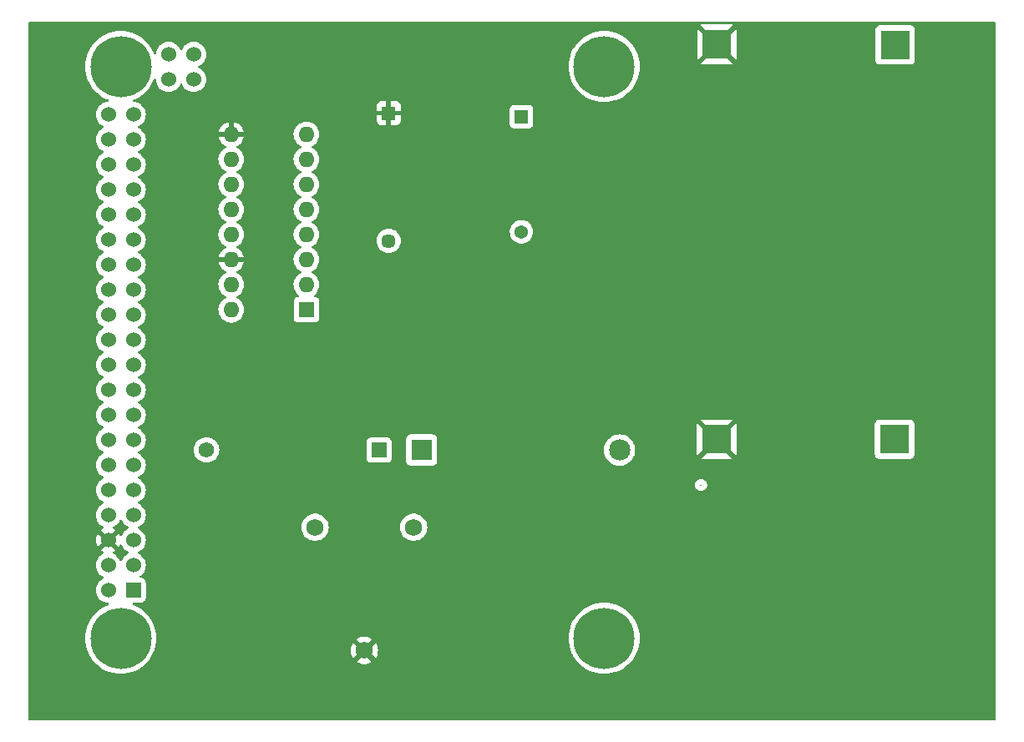
<source format=gbr>
%TF.GenerationSoftware,KiCad,Pcbnew,(7.0.0)*%
%TF.CreationDate,2023-04-04T12:28:07-04:00*%
%TF.ProjectId,scm-pcb,73636d2d-7063-4622-9e6b-696361645f70,2*%
%TF.SameCoordinates,Original*%
%TF.FileFunction,Copper,L2,Bot*%
%TF.FilePolarity,Positive*%
%FSLAX46Y46*%
G04 Gerber Fmt 4.6, Leading zero omitted, Abs format (unit mm)*
G04 Created by KiCad (PCBNEW (7.0.0)) date 2023-04-04 12:28:07*
%MOMM*%
%LPD*%
G01*
G04 APERTURE LIST*
%TA.AperFunction,NonConductor*%
%ADD10C,0.200000*%
%TD*%
%TA.AperFunction,ComponentPad*%
%ADD11R,1.524000X1.524000*%
%TD*%
%TA.AperFunction,ComponentPad*%
%ADD12C,1.524000*%
%TD*%
%TA.AperFunction,ComponentPad*%
%ADD13C,6.200000*%
%TD*%
%TA.AperFunction,ComponentPad*%
%ADD14R,1.447800X1.447800*%
%TD*%
%TA.AperFunction,ComponentPad*%
%ADD15C,1.447800*%
%TD*%
%TA.AperFunction,ComponentPad*%
%ADD16C,1.752600*%
%TD*%
%TA.AperFunction,ComponentPad*%
%ADD17R,1.574800X1.574800*%
%TD*%
%TA.AperFunction,ComponentPad*%
%ADD18C,1.574800*%
%TD*%
%TA.AperFunction,ComponentPad*%
%ADD19R,1.600000X1.600000*%
%TD*%
%TA.AperFunction,ComponentPad*%
%ADD20O,1.600000X1.600000*%
%TD*%
%TA.AperFunction,ComponentPad*%
%ADD21R,3.000000X3.000000*%
%TD*%
%TA.AperFunction,ComponentPad*%
%ADD22R,1.371600X1.371600*%
%TD*%
%TA.AperFunction,ComponentPad*%
%ADD23C,1.371600*%
%TD*%
%TA.AperFunction,ComponentPad*%
%ADD24R,2.159000X2.159000*%
%TD*%
%TA.AperFunction,ComponentPad*%
%ADD25C,2.159000*%
%TD*%
%TA.AperFunction,ViaPad*%
%ADD26C,0.800000*%
%TD*%
G04 APERTURE END LIST*
D10*
X162964600Y-110250600D02*
X162990000Y-110250600D01*
X162990000Y-110250600D02*
X162990000Y-110276000D01*
X162990000Y-110276000D02*
X162964600Y-110276000D01*
X162964600Y-110276000D02*
X162964600Y-110250600D01*
D11*
%TO.P,J1,1,3V3*%
%TO.N,unconnected-(J1-3V3-Pad1)*%
X105431999Y-120947999D03*
D12*
%TO.P,J1,2,5V*%
%TO.N,Net-(#FLG03-pwr)*%
X102892000Y-120948000D03*
%TO.P,J1,3,SDA/GPIO2*%
%TO.N,unconnected-(J1-SDA{slash}GPIO2-Pad3)*%
X105432000Y-118408000D03*
%TO.P,J1,4,5V*%
%TO.N,Net-(#FLG03-pwr)*%
X102892000Y-118408000D03*
%TO.P,J1,5,SCL/GPIO3*%
%TO.N,unconnected-(J1-SCL{slash}GPIO3-Pad5)*%
X105432000Y-115868000D03*
%TO.P,J1,6,GND*%
%TO.N,GND*%
X102892000Y-115868000D03*
%TO.P,J1,7,GCLK0/GPIO4*%
%TO.N,unconnected-(J1-GCLK0{slash}GPIO4-Pad7)*%
X105432000Y-113328000D03*
%TO.P,J1,8,GPIO14/TXD*%
%TO.N,unconnected-(J1-GPIO14{slash}TXD-Pad8)*%
X102892000Y-113328000D03*
%TO.P,J1,9,GND*%
%TO.N,unconnected-(J1-GND-Pad9)*%
X105432000Y-110788000D03*
%TO.P,J1,10,GPIO15/RXD*%
%TO.N,unconnected-(J1-GPIO15{slash}RXD-Pad10)*%
X102892000Y-110788000D03*
%TO.P,J1,11,GPIO17*%
%TO.N,unconnected-(J1-GPIO17-Pad11)*%
X105432000Y-108248000D03*
%TO.P,J1,12,GPIO18/PWM0*%
%TO.N,unconnected-(J1-GPIO18{slash}PWM0-Pad12)*%
X102892000Y-108248000D03*
%TO.P,J1,13,GPIO27*%
%TO.N,unconnected-(J1-GPIO27-Pad13)*%
X105432000Y-105708000D03*
%TO.P,J1,14,GND*%
%TO.N,unconnected-(J1-GND-Pad14)*%
X102892000Y-105708000D03*
%TO.P,J1,15,GPIO22*%
%TO.N,unconnected-(J1-GPIO22-Pad15)*%
X105432000Y-103168000D03*
%TO.P,J1,16,GPIO23*%
%TO.N,unconnected-(J1-GPIO23-Pad16)*%
X102892000Y-103168000D03*
%TO.P,J1,17,3V3*%
%TO.N,unconnected-(J1-3V3-Pad17)*%
X105432000Y-100628000D03*
%TO.P,J1,18,GPIO24*%
%TO.N,unconnected-(J1-GPIO24-Pad18)*%
X102892000Y-100628000D03*
%TO.P,J1,19,MOSI0/GPIO10*%
%TO.N,Net-(J1-MOSI0{slash}GPIO10)*%
X105432000Y-98088000D03*
%TO.P,J1,20,GND*%
%TO.N,unconnected-(J1-GND-Pad20)*%
X102892000Y-98088000D03*
%TO.P,J1,21,MISO0/GPIO9*%
%TO.N,Net-(J1-MISO0{slash}GPIO9)*%
X105432000Y-95548000D03*
%TO.P,J1,22,GPIO25*%
%TO.N,unconnected-(J1-GPIO25-Pad22)*%
X102892000Y-95548000D03*
%TO.P,J1,23,SCLK0/GPIO11*%
%TO.N,Net-(J1-SCLK0{slash}GPIO11)*%
X105432000Y-93008000D03*
%TO.P,J1,24,~{CE0}/GPIO8*%
%TO.N,Net-(J1-~{CE0}{slash}GPIO8)*%
X102892000Y-93008000D03*
%TO.P,J1,25,GND*%
%TO.N,unconnected-(J1-GND-Pad25)*%
X105432000Y-90468000D03*
%TO.P,J1,26,~{CE1}/GPIO7*%
%TO.N,unconnected-(J1-~{CE1}{slash}GPIO7-Pad26)*%
X102892000Y-90468000D03*
%TO.P,J1,27,ID_SD/GPIO0*%
%TO.N,unconnected-(J1-ID_SD{slash}GPIO0-Pad27)*%
X105432000Y-87928000D03*
%TO.P,J1,28,ID_SC/GPIO1*%
%TO.N,unconnected-(J1-ID_SC{slash}GPIO1-Pad28)*%
X102892000Y-87928000D03*
%TO.P,J1,29,GCLK1/GPIO5*%
%TO.N,unconnected-(J1-GCLK1{slash}GPIO5-Pad29)*%
X105432000Y-85388000D03*
%TO.P,J1,30,GND*%
%TO.N,unconnected-(J1-GND-Pad30)*%
X102892000Y-85388000D03*
%TO.P,J1,31,GCLK2/GPIO6*%
%TO.N,unconnected-(J1-GCLK2{slash}GPIO6-Pad31)*%
X105432000Y-82848000D03*
%TO.P,J1,32,PWM0/GPIO12*%
%TO.N,unconnected-(J1-PWM0{slash}GPIO12-Pad32)*%
X102892000Y-82848000D03*
%TO.P,J1,33,PWM1/GPIO13*%
%TO.N,unconnected-(J1-PWM1{slash}GPIO13-Pad33)*%
X105432000Y-80308000D03*
%TO.P,J1,34,GND*%
%TO.N,unconnected-(J1-GND-Pad34)*%
X102892000Y-80308000D03*
%TO.P,J1,35,GPIO19/MISO1*%
%TO.N,unconnected-(J1-GPIO19{slash}MISO1-Pad35)*%
X105432000Y-77768000D03*
%TO.P,J1,36,GPIO16*%
%TO.N,unconnected-(J1-GPIO16-Pad36)*%
X102892000Y-77768000D03*
%TO.P,J1,37,GPIO26*%
%TO.N,unconnected-(J1-GPIO26-Pad37)*%
X105432000Y-75228000D03*
%TO.P,J1,38,GPIO20/MOSI1*%
%TO.N,unconnected-(J1-GPIO20{slash}MOSI1-Pad38)*%
X102892000Y-75228000D03*
%TO.P,J1,39,GND*%
%TO.N,unconnected-(J1-GND-Pad39)*%
X105432000Y-72688000D03*
%TO.P,J1,40,GPIO21/SCLK1*%
%TO.N,unconnected-(J1-GPIO21{slash}SCLK1-Pad40)*%
X102892000Y-72688000D03*
%TO.P,J1,41*%
%TO.N,N/C*%
X111555000Y-66588000D03*
%TO.P,J1,42*%
X109015000Y-66588000D03*
%TO.P,J1,43*%
X111555000Y-69128000D03*
%TO.P,J1,44*%
X109015000Y-69128000D03*
D13*
%TO.P,J1,S1*%
X104162000Y-125818000D03*
%TO.P,J1,S2*%
X104162000Y-67818000D03*
%TO.P,J1,S3*%
X153162000Y-67818000D03*
%TO.P,J1,S4*%
X153162000Y-125818000D03*
%TD*%
D14*
%TO.P,R3,1*%
%TO.N,GND*%
X131317999Y-72548949D03*
D15*
%TO.P,R3,2*%
%TO.N,Net-(U2-CH2)*%
X131318000Y-85502950D03*
%TD*%
D16*
%TO.P,C1,1*%
%TO.N,GND*%
X128858000Y-127054001D03*
%TO.P,C1,2*%
%TO.N,Net-(D1-K)*%
X133858000Y-114554000D03*
%TO.P,C1,3*%
X123858000Y-114554000D03*
%TD*%
D17*
%TO.P,R1,1*%
%TO.N,Net-(D1-K)*%
X130352599Y-106719999D03*
D18*
%TO.P,R1,2*%
%TO.N,Net-(#FLG03-pwr)*%
X112852000Y-106720000D03*
%TD*%
D19*
%TO.P,U2,1,CH0*%
%TO.N,Net-(D1-K)*%
X122984999Y-92495999D03*
D20*
%TO.P,U2,2,CH1*%
%TO.N,Net-(#FLG03-pwr)*%
X122984999Y-89955999D03*
%TO.P,U2,3,CH2*%
%TO.N,Net-(U2-CH2)*%
X122984999Y-87415999D03*
%TO.P,U2,4,CH3*%
%TO.N,unconnected-(U2-CH3-Pad4)*%
X122984999Y-84875999D03*
%TO.P,U2,5,CH4*%
%TO.N,unconnected-(U2-CH4-Pad5)*%
X122984999Y-82335999D03*
%TO.P,U2,6,CH5*%
%TO.N,unconnected-(U2-CH5-Pad6)*%
X122984999Y-79795999D03*
%TO.P,U2,7,CH6*%
%TO.N,unconnected-(U2-CH6-Pad7)*%
X122984999Y-77255999D03*
%TO.P,U2,8,CH7*%
%TO.N,unconnected-(U2-CH7-Pad8)*%
X122984999Y-74715999D03*
%TO.P,U2,9,DGND*%
%TO.N,GND*%
X115364999Y-74715999D03*
%TO.P,U2,10,~{CS}/SHDN*%
%TO.N,Net-(J1-~{CE0}{slash}GPIO8)*%
X115364999Y-77255999D03*
%TO.P,U2,11,Din*%
%TO.N,Net-(J1-MOSI0{slash}GPIO10)*%
X115364999Y-79795999D03*
%TO.P,U2,12,Dout*%
%TO.N,Net-(J1-MISO0{slash}GPIO9)*%
X115364999Y-82335999D03*
%TO.P,U2,13,CLK*%
%TO.N,Net-(J1-SCLK0{slash}GPIO11)*%
X115364999Y-84875999D03*
%TO.P,U2,14,AGND*%
%TO.N,GND*%
X115364999Y-87415999D03*
%TO.P,U2,15,Vref*%
%TO.N,Net-(#FLG03-pwr)*%
X115364999Y-89955999D03*
%TO.P,U2,16,Vdd*%
X115364999Y-92495999D03*
%TD*%
D21*
%TO.P,REF\u002A\u002A,1*%
%TO.N,GND*%
X164566599Y-105640599D03*
%TO.P,REF\u002A\u002A,2*%
%TO.N,+6V*%
X182600599Y-105640599D03*
%TO.P,REF\u002A\u002A,3*%
%TO.N,GND*%
X164591999Y-65559399D03*
%TO.P,REF\u002A\u002A,4*%
%TO.N,+20V*%
X182651399Y-65610199D03*
%TD*%
D22*
%TO.P,R2,1*%
%TO.N,+20V*%
X144779999Y-72897999D03*
D23*
%TO.P,R2,2*%
%TO.N,Net-(U2-CH2)*%
X144780000Y-84582000D03*
%TD*%
D24*
%TO.P,D1,1,K*%
%TO.N,Net-(D1-K)*%
X134656749Y-106719999D03*
D25*
%TO.P,D1,2,A*%
%TO.N,+6V*%
X154722750Y-106720000D03*
%TD*%
D26*
%TO.N,GND*%
X110490000Y-86995000D03*
X107950000Y-89535000D03*
X108204000Y-93980000D03*
X131318000Y-67818000D03*
X158750000Y-90932000D03*
X97790000Y-80772000D03*
X154432000Y-80772000D03*
X97790000Y-83312000D03*
X108712000Y-103124000D03*
X121920000Y-70358000D03*
X181610000Y-130810000D03*
X191008000Y-78486000D03*
X97790000Y-73152000D03*
X158750000Y-85852000D03*
X172212000Y-125730000D03*
X191008000Y-87376000D03*
X96266000Y-123698000D03*
X96266000Y-121158000D03*
X158750000Y-83312000D03*
X163068000Y-130810000D03*
X190754000Y-90932000D03*
X186436000Y-78486000D03*
X186436000Y-96012000D03*
X121920000Y-67818000D03*
X181610000Y-120650000D03*
X158496000Y-123190000D03*
X108712000Y-105664000D03*
X191008000Y-81026000D03*
X97790000Y-68072000D03*
X97790000Y-101092000D03*
X190754000Y-109982000D03*
X190754000Y-115062000D03*
X190754000Y-104902000D03*
X190754000Y-117602000D03*
X167640000Y-120650000D03*
X153924000Y-130810000D03*
X119888000Y-99822000D03*
X97790000Y-111252000D03*
X177038000Y-120650000D03*
X140462000Y-67818000D03*
X154432000Y-93472000D03*
X140716000Y-93726000D03*
X150114000Y-78232000D03*
X153924000Y-120650000D03*
X122682000Y-99822000D03*
X150368000Y-85852000D03*
X154432000Y-83312000D03*
X186182000Y-125730000D03*
X125730000Y-102362000D03*
X97790000Y-93472000D03*
X108712000Y-76200000D03*
X190754000Y-130810000D03*
X112014000Y-82296000D03*
X97790000Y-75692000D03*
X135890000Y-67818000D03*
X126492000Y-67818000D03*
X135890000Y-73406000D03*
X96266000Y-118618000D03*
X97790000Y-98552000D03*
X177038000Y-130810000D03*
X177038000Y-125730000D03*
X126492000Y-65278000D03*
X96266000Y-128778000D03*
X126492000Y-78232000D03*
X186436000Y-93472000D03*
X135890000Y-75692000D03*
X190754000Y-107442000D03*
X96266000Y-126238000D03*
X150368000Y-91186000D03*
X135890000Y-70358000D03*
X190754000Y-112522000D03*
X150622000Y-93472000D03*
X117348000Y-67818000D03*
X142494000Y-111506000D03*
X133096000Y-92710000D03*
X190754000Y-96012000D03*
X131318000Y-65278000D03*
X150368000Y-83566000D03*
X186436000Y-81026000D03*
X139192000Y-111506000D03*
X167640000Y-128270000D03*
X119888000Y-97282000D03*
X186182000Y-128270000D03*
X154432000Y-78232000D03*
X140462000Y-78232000D03*
X172212000Y-123190000D03*
X97790000Y-106172000D03*
X97790000Y-70612000D03*
X167640000Y-125730000D03*
X181610000Y-128270000D03*
X135890000Y-65278000D03*
X186182000Y-130810000D03*
X191008000Y-65786000D03*
X97790000Y-65532000D03*
X97790000Y-108712000D03*
X163068000Y-123190000D03*
X158496000Y-130810000D03*
X136398000Y-93726000D03*
X167640000Y-130810000D03*
X140716000Y-91186000D03*
X191008000Y-70866000D03*
X154432000Y-88392000D03*
X190754000Y-99822000D03*
X181610000Y-123190000D03*
X163068000Y-120650000D03*
X190754000Y-128270000D03*
X154432000Y-85852000D03*
X108712000Y-100584000D03*
X136398000Y-96266000D03*
X97790000Y-90932000D03*
X126492000Y-75692000D03*
X190754000Y-102362000D03*
X140462000Y-75692000D03*
X172212000Y-128270000D03*
X190754000Y-123190000D03*
X177038000Y-128270000D03*
X135890000Y-80772000D03*
X125730000Y-99822000D03*
X97790000Y-78232000D03*
X97790000Y-103632000D03*
X131318000Y-70358000D03*
X191008000Y-75946000D03*
X172212000Y-120650000D03*
X190754000Y-120650000D03*
X186436000Y-90932000D03*
X136398000Y-91186000D03*
X140462000Y-73152000D03*
X126492000Y-80772000D03*
X158496000Y-125730000D03*
X191008000Y-68326000D03*
X163068000Y-128270000D03*
X112014000Y-73660000D03*
X146050000Y-111506000D03*
X177038000Y-123190000D03*
X108712000Y-78740000D03*
X112014000Y-76200000D03*
X186182000Y-123190000D03*
X145034000Y-91186000D03*
X190754000Y-125730000D03*
X154432000Y-90932000D03*
X140462000Y-70358000D03*
X131318000Y-89916000D03*
X191008000Y-84328000D03*
X108712000Y-81280000D03*
X97790000Y-113792000D03*
X158496000Y-128270000D03*
X117348000Y-65278000D03*
X96266000Y-131318000D03*
X158750000Y-80772000D03*
X140462000Y-80772000D03*
X140716000Y-99060000D03*
X127000000Y-89916000D03*
X145034000Y-96266000D03*
X172212000Y-130810000D03*
X190754000Y-93472000D03*
X126492000Y-73152000D03*
X97790000Y-85852000D03*
X150368000Y-88392000D03*
X121920000Y-65278000D03*
X186182000Y-120650000D03*
X158750000Y-88392000D03*
X163068000Y-125730000D03*
X145034000Y-93726000D03*
X108712000Y-73660000D03*
X181610000Y-125730000D03*
X97790000Y-88392000D03*
X126492000Y-70358000D03*
X167640000Y-123190000D03*
X191008000Y-73406000D03*
X135890000Y-78232000D03*
X117348000Y-70358000D03*
X158750000Y-93472000D03*
X158750000Y-78232000D03*
X112014000Y-78740000D03*
X149352000Y-120650000D03*
X122682000Y-97282000D03*
X119888000Y-110998000D03*
X158496000Y-120650000D03*
X108712000Y-98044000D03*
X145034000Y-99060000D03*
X158750000Y-96012000D03*
X154432000Y-96012000D03*
X150368000Y-80772000D03*
X140716000Y-96266000D03*
X108712000Y-85598000D03*
X97790000Y-96012000D03*
%TD*%
%TA.AperFunction,Conductor*%
%TO.N,GND*%
G36*
X192772500Y-63303113D02*
G01*
X192817887Y-63348500D01*
X192834500Y-63410500D01*
X192834500Y-134027500D01*
X192817887Y-134089500D01*
X192772500Y-134134887D01*
X192710500Y-134151500D01*
X94915500Y-134151500D01*
X94853500Y-134134887D01*
X94808113Y-134089500D01*
X94791500Y-134027500D01*
X94791500Y-125818000D01*
X100556559Y-125818000D01*
X100576310Y-126194871D01*
X100576815Y-126198064D01*
X100576817Y-126198076D01*
X100634838Y-126564404D01*
X100634840Y-126564417D01*
X100635347Y-126567613D01*
X100636184Y-126570737D01*
X100636186Y-126570746D01*
X100706138Y-126831811D01*
X100733022Y-126932143D01*
X100734179Y-126935158D01*
X100734182Y-126935166D01*
X100867102Y-127281433D01*
X100868266Y-127284465D01*
X100869735Y-127287348D01*
X100869739Y-127287357D01*
X100981710Y-127507112D01*
X101039597Y-127620721D01*
X101245137Y-127937225D01*
X101247182Y-127939750D01*
X101449103Y-128189103D01*
X101482635Y-128230511D01*
X101749489Y-128497365D01*
X102042775Y-128734863D01*
X102359279Y-128940403D01*
X102695535Y-129111734D01*
X103047857Y-129246978D01*
X103412387Y-129344653D01*
X103785129Y-129403690D01*
X104162000Y-129423441D01*
X104538871Y-129403690D01*
X104911613Y-129344653D01*
X105276143Y-129246978D01*
X105628465Y-129111734D01*
X105964721Y-128940403D01*
X106281225Y-128734863D01*
X106574511Y-128497365D01*
X106841365Y-128230511D01*
X106874896Y-128189103D01*
X128081896Y-128189103D01*
X128090002Y-128200293D01*
X128098605Y-128206990D01*
X128107164Y-128212582D01*
X128298749Y-128316263D01*
X128308100Y-128320364D01*
X128514130Y-128391094D01*
X128524033Y-128393602D01*
X128738894Y-128429456D01*
X128749090Y-128430301D01*
X128966910Y-128430301D01*
X128977105Y-128429456D01*
X129191966Y-128393602D01*
X129201869Y-128391094D01*
X129407899Y-128320364D01*
X129417250Y-128316263D01*
X129608838Y-128212580D01*
X129617388Y-128206994D01*
X129626000Y-128200291D01*
X129634103Y-128189104D01*
X129627443Y-128176997D01*
X128869542Y-127419096D01*
X128857999Y-127412432D01*
X128846457Y-127419096D01*
X128088556Y-128176996D01*
X128081896Y-128189103D01*
X106874896Y-128189103D01*
X107078863Y-127937225D01*
X107284403Y-127620721D01*
X107455734Y-127284465D01*
X107542237Y-127059118D01*
X127477407Y-127059118D01*
X127495393Y-127276190D01*
X127497077Y-127286283D01*
X127550551Y-127497445D01*
X127553870Y-127507112D01*
X127641371Y-127706595D01*
X127646237Y-127715585D01*
X127716368Y-127822929D01*
X127724335Y-127830654D01*
X127733715Y-127824731D01*
X128492904Y-127065543D01*
X128499568Y-127054001D01*
X129216431Y-127054001D01*
X129223095Y-127065543D01*
X129982282Y-127824730D01*
X129991664Y-127830654D01*
X129999628Y-127822934D01*
X130069765Y-127715580D01*
X130074627Y-127706597D01*
X130162129Y-127507112D01*
X130165448Y-127497445D01*
X130218922Y-127286283D01*
X130220606Y-127276190D01*
X130238593Y-127059118D01*
X130238593Y-127048884D01*
X130220606Y-126831811D01*
X130218922Y-126821718D01*
X130165448Y-126610556D01*
X130162129Y-126600889D01*
X130074628Y-126401406D01*
X130069763Y-126392416D01*
X129999630Y-126285071D01*
X129991663Y-126277346D01*
X129982282Y-126283270D01*
X129223095Y-127042458D01*
X129216431Y-127054001D01*
X128499568Y-127054001D01*
X128492904Y-127042458D01*
X127733715Y-126283269D01*
X127724335Y-126277346D01*
X127716368Y-126285070D01*
X127646237Y-126392416D01*
X127641371Y-126401406D01*
X127553870Y-126600889D01*
X127550551Y-126610556D01*
X127497077Y-126821718D01*
X127495393Y-126831811D01*
X127477407Y-127048884D01*
X127477407Y-127059118D01*
X107542237Y-127059118D01*
X107590978Y-126932143D01*
X107688653Y-126567613D01*
X107747690Y-126194871D01*
X107762153Y-125918898D01*
X128081896Y-125918898D01*
X128088555Y-125931003D01*
X128846457Y-126688905D01*
X128858000Y-126695569D01*
X128869542Y-126688905D01*
X129627442Y-125931004D01*
X129634103Y-125918896D01*
X129625998Y-125907708D01*
X129617394Y-125901011D01*
X129608835Y-125895419D01*
X129465778Y-125818000D01*
X149556559Y-125818000D01*
X149576310Y-126194871D01*
X149576815Y-126198064D01*
X149576817Y-126198076D01*
X149634838Y-126564404D01*
X149634840Y-126564417D01*
X149635347Y-126567613D01*
X149636184Y-126570737D01*
X149636186Y-126570746D01*
X149706138Y-126831811D01*
X149733022Y-126932143D01*
X149734179Y-126935158D01*
X149734182Y-126935166D01*
X149867102Y-127281433D01*
X149868266Y-127284465D01*
X149869735Y-127287348D01*
X149869739Y-127287357D01*
X149981710Y-127507112D01*
X150039597Y-127620721D01*
X150245137Y-127937225D01*
X150247182Y-127939750D01*
X150449103Y-128189103D01*
X150482635Y-128230511D01*
X150749489Y-128497365D01*
X151042775Y-128734863D01*
X151359279Y-128940403D01*
X151695535Y-129111734D01*
X152047857Y-129246978D01*
X152412387Y-129344653D01*
X152785129Y-129403690D01*
X153162000Y-129423441D01*
X153538871Y-129403690D01*
X153911613Y-129344653D01*
X154276143Y-129246978D01*
X154628465Y-129111734D01*
X154964721Y-128940403D01*
X155281225Y-128734863D01*
X155574511Y-128497365D01*
X155841365Y-128230511D01*
X156078863Y-127937225D01*
X156284403Y-127620721D01*
X156455734Y-127284465D01*
X156590978Y-126932143D01*
X156688653Y-126567613D01*
X156747690Y-126194871D01*
X156767441Y-125818000D01*
X156747690Y-125441129D01*
X156688653Y-125068387D01*
X156590978Y-124703857D01*
X156455734Y-124351535D01*
X156284403Y-124015280D01*
X156078863Y-123698775D01*
X155841365Y-123405489D01*
X155574511Y-123138635D01*
X155281225Y-122901137D01*
X154964721Y-122695597D01*
X154961833Y-122694125D01*
X154961827Y-122694122D01*
X154631357Y-122525739D01*
X154631348Y-122525735D01*
X154628465Y-122524266D01*
X154625433Y-122523102D01*
X154279166Y-122390182D01*
X154279158Y-122390179D01*
X154276143Y-122389022D01*
X154273018Y-122388184D01*
X154273013Y-122388183D01*
X153914746Y-122292186D01*
X153914737Y-122292184D01*
X153911613Y-122291347D01*
X153908417Y-122290840D01*
X153908404Y-122290838D01*
X153542076Y-122232817D01*
X153542064Y-122232815D01*
X153538871Y-122232310D01*
X153535638Y-122232140D01*
X153535633Y-122232140D01*
X153165244Y-122212729D01*
X153162000Y-122212559D01*
X153158756Y-122212729D01*
X152788366Y-122232140D01*
X152788359Y-122232140D01*
X152785129Y-122232310D01*
X152781937Y-122232815D01*
X152781923Y-122232817D01*
X152415595Y-122290838D01*
X152415578Y-122290841D01*
X152412387Y-122291347D01*
X152409266Y-122292183D01*
X152409253Y-122292186D01*
X152050986Y-122388183D01*
X152050975Y-122388186D01*
X152047857Y-122389022D01*
X152044846Y-122390177D01*
X152044833Y-122390182D01*
X151698566Y-122523102D01*
X151698557Y-122523105D01*
X151695535Y-122524266D01*
X151692658Y-122525731D01*
X151692642Y-122525739D01*
X151362173Y-122694122D01*
X151362159Y-122694129D01*
X151359280Y-122695597D01*
X151356560Y-122697363D01*
X151356552Y-122697368D01*
X151045503Y-122899365D01*
X151045497Y-122899368D01*
X151042775Y-122901137D01*
X151040255Y-122903177D01*
X151040249Y-122903182D01*
X150752007Y-123136595D01*
X150751996Y-123136604D01*
X150749489Y-123138635D01*
X150747204Y-123140919D01*
X150747194Y-123140929D01*
X150484929Y-123403194D01*
X150484919Y-123403204D01*
X150482635Y-123405489D01*
X150480604Y-123407996D01*
X150480595Y-123408007D01*
X150247182Y-123696249D01*
X150247177Y-123696255D01*
X150245137Y-123698775D01*
X150243368Y-123701497D01*
X150243365Y-123701503D01*
X150041368Y-124012552D01*
X150041363Y-124012560D01*
X150039597Y-124015280D01*
X150038129Y-124018159D01*
X150038122Y-124018173D01*
X149869739Y-124348642D01*
X149869731Y-124348658D01*
X149868266Y-124351535D01*
X149867105Y-124354557D01*
X149867102Y-124354566D01*
X149734182Y-124700833D01*
X149734177Y-124700846D01*
X149733022Y-124703857D01*
X149732186Y-124706975D01*
X149732183Y-124706986D01*
X149636186Y-125065253D01*
X149636183Y-125065266D01*
X149635347Y-125068387D01*
X149634841Y-125071578D01*
X149634838Y-125071595D01*
X149576817Y-125437923D01*
X149576815Y-125437937D01*
X149576310Y-125441129D01*
X149576140Y-125444359D01*
X149576140Y-125444366D01*
X149561857Y-125716907D01*
X149556559Y-125818000D01*
X129465778Y-125818000D01*
X129417250Y-125791738D01*
X129407899Y-125787637D01*
X129201869Y-125716907D01*
X129191966Y-125714399D01*
X128977105Y-125678545D01*
X128966910Y-125677701D01*
X128749090Y-125677701D01*
X128738894Y-125678545D01*
X128524033Y-125714399D01*
X128514130Y-125716907D01*
X128308100Y-125787637D01*
X128298749Y-125791738D01*
X128107163Y-125895420D01*
X128098608Y-125901009D01*
X128090003Y-125907707D01*
X128081896Y-125918898D01*
X107762153Y-125918898D01*
X107767441Y-125818000D01*
X107747690Y-125441129D01*
X107688653Y-125068387D01*
X107590978Y-124703857D01*
X107455734Y-124351535D01*
X107284403Y-124015280D01*
X107078863Y-123698775D01*
X106841365Y-123405489D01*
X106574511Y-123138635D01*
X106281225Y-122901137D01*
X105964721Y-122695597D01*
X105961833Y-122694125D01*
X105961827Y-122694122D01*
X105631357Y-122525739D01*
X105631348Y-122525735D01*
X105628465Y-122524266D01*
X105625433Y-122523102D01*
X105435682Y-122450263D01*
X105381350Y-122409469D01*
X105356670Y-122346168D01*
X105369052Y-122279364D01*
X105414778Y-122229112D01*
X105480118Y-122210499D01*
X106241872Y-122210499D01*
X106301483Y-122204091D01*
X106436331Y-122153796D01*
X106551546Y-122067546D01*
X106637796Y-121952331D01*
X106688091Y-121817483D01*
X106694500Y-121757873D01*
X106694499Y-120138128D01*
X106688091Y-120078517D01*
X106637796Y-119943669D01*
X106551546Y-119828454D01*
X106500688Y-119790382D01*
X106443431Y-119747519D01*
X106443430Y-119747518D01*
X106436331Y-119742204D01*
X106365965Y-119715959D01*
X106308752Y-119694620D01*
X106308750Y-119694619D01*
X106301483Y-119691909D01*
X106293770Y-119691079D01*
X106293767Y-119691079D01*
X106245180Y-119685855D01*
X106245169Y-119685854D01*
X106241873Y-119685500D01*
X106238551Y-119685500D01*
X106201921Y-119685500D01*
X106141805Y-119669953D01*
X106096763Y-119627210D01*
X106078091Y-119567989D01*
X106090471Y-119507142D01*
X106130798Y-119459925D01*
X106246620Y-119378826D01*
X106402826Y-119222620D01*
X106529534Y-119041662D01*
X106622894Y-118841450D01*
X106680070Y-118628068D01*
X106699323Y-118408000D01*
X106680070Y-118187932D01*
X106622894Y-117974550D01*
X106529534Y-117774339D01*
X106402826Y-117593380D01*
X106246620Y-117437174D01*
X106218056Y-117417173D01*
X106070096Y-117313570D01*
X106070090Y-117313566D01*
X106065662Y-117310466D01*
X106060757Y-117308178D01*
X106060754Y-117308177D01*
X106002876Y-117281188D01*
X105936808Y-117250381D01*
X105884634Y-117204625D01*
X105865214Y-117138000D01*
X105884634Y-117071375D01*
X105936808Y-117025618D01*
X106065662Y-116965534D01*
X106246620Y-116838826D01*
X106402826Y-116682620D01*
X106529534Y-116501662D01*
X106622894Y-116301450D01*
X106680070Y-116088068D01*
X106699323Y-115868000D01*
X106680070Y-115647932D01*
X106622894Y-115434550D01*
X106614223Y-115415956D01*
X106531942Y-115239504D01*
X106529534Y-115234339D01*
X106402826Y-115053380D01*
X106246620Y-114897174D01*
X106144776Y-114825862D01*
X106070096Y-114773570D01*
X106070090Y-114773566D01*
X106065662Y-114770466D01*
X106060757Y-114768178D01*
X106060754Y-114768177D01*
X106002876Y-114741188D01*
X105936808Y-114710381D01*
X105884634Y-114664625D01*
X105865214Y-114598000D01*
X105878039Y-114554000D01*
X122476481Y-114554000D01*
X122495323Y-114781391D01*
X122496579Y-114786352D01*
X122496581Y-114786362D01*
X122550078Y-114997613D01*
X122550080Y-114997620D01*
X122551336Y-115002578D01*
X122553393Y-115007269D01*
X122553394Y-115007270D01*
X122640929Y-115206833D01*
X122640932Y-115206840D01*
X122642990Y-115211530D01*
X122645790Y-115215816D01*
X122645794Y-115215823D01*
X122661262Y-115239498D01*
X122767787Y-115402547D01*
X122922323Y-115570417D01*
X123102381Y-115710561D01*
X123303050Y-115819158D01*
X123518857Y-115893245D01*
X123743915Y-115930800D01*
X123966951Y-115930800D01*
X123972085Y-115930800D01*
X124197143Y-115893245D01*
X124412950Y-115819158D01*
X124613619Y-115710561D01*
X124793677Y-115570417D01*
X124948213Y-115402547D01*
X125073010Y-115211530D01*
X125164664Y-115002578D01*
X125220677Y-114781391D01*
X125239519Y-114554000D01*
X132476481Y-114554000D01*
X132495323Y-114781391D01*
X132496579Y-114786352D01*
X132496581Y-114786362D01*
X132550078Y-114997613D01*
X132550080Y-114997620D01*
X132551336Y-115002578D01*
X132553393Y-115007269D01*
X132553394Y-115007270D01*
X132640929Y-115206833D01*
X132640932Y-115206840D01*
X132642990Y-115211530D01*
X132645790Y-115215816D01*
X132645794Y-115215823D01*
X132661262Y-115239498D01*
X132767787Y-115402547D01*
X132922323Y-115570417D01*
X133102381Y-115710561D01*
X133303050Y-115819158D01*
X133518857Y-115893245D01*
X133743915Y-115930800D01*
X133966951Y-115930800D01*
X133972085Y-115930800D01*
X134197143Y-115893245D01*
X134412950Y-115819158D01*
X134613619Y-115710561D01*
X134793677Y-115570417D01*
X134948213Y-115402547D01*
X135073010Y-115211530D01*
X135164664Y-115002578D01*
X135220677Y-114781391D01*
X135239519Y-114554000D01*
X135220677Y-114326609D01*
X135164664Y-114105422D01*
X135073010Y-113896470D01*
X134948213Y-113705453D01*
X134793677Y-113537583D01*
X134613619Y-113397439D01*
X134559624Y-113368218D01*
X134417454Y-113291279D01*
X134417449Y-113291277D01*
X134412950Y-113288842D01*
X134408104Y-113287178D01*
X134408101Y-113287177D01*
X134201993Y-113216420D01*
X134201992Y-113216419D01*
X134197143Y-113214755D01*
X134187443Y-113213136D01*
X133977148Y-113178044D01*
X133977137Y-113178043D01*
X133972085Y-113177200D01*
X133743915Y-113177200D01*
X133738863Y-113178042D01*
X133738851Y-113178044D01*
X133523914Y-113213911D01*
X133523912Y-113213911D01*
X133518857Y-113214755D01*
X133514009Y-113216418D01*
X133514006Y-113216420D01*
X133307898Y-113287177D01*
X133307890Y-113287180D01*
X133303050Y-113288842D01*
X133298554Y-113291274D01*
X133298545Y-113291279D01*
X133106889Y-113394999D01*
X133106885Y-113395001D01*
X133102381Y-113397439D01*
X133098341Y-113400583D01*
X133098334Y-113400588D01*
X132926370Y-113534432D01*
X132926362Y-113534439D01*
X132922323Y-113537583D01*
X132918853Y-113541351D01*
X132918849Y-113541356D01*
X132771262Y-113701677D01*
X132771256Y-113701684D01*
X132767787Y-113705453D01*
X132764983Y-113709744D01*
X132764979Y-113709750D01*
X132645794Y-113892176D01*
X132645787Y-113892188D01*
X132642990Y-113896470D01*
X132640935Y-113901154D01*
X132640929Y-113901166D01*
X132553394Y-114100729D01*
X132553392Y-114100734D01*
X132551336Y-114105422D01*
X132550081Y-114110375D01*
X132550078Y-114110386D01*
X132496581Y-114321637D01*
X132496578Y-114321649D01*
X132495323Y-114326609D01*
X132476481Y-114554000D01*
X125239519Y-114554000D01*
X125220677Y-114326609D01*
X125164664Y-114105422D01*
X125073010Y-113896470D01*
X124948213Y-113705453D01*
X124793677Y-113537583D01*
X124613619Y-113397439D01*
X124559624Y-113368218D01*
X124417454Y-113291279D01*
X124417449Y-113291277D01*
X124412950Y-113288842D01*
X124408104Y-113287178D01*
X124408101Y-113287177D01*
X124201993Y-113216420D01*
X124201992Y-113216419D01*
X124197143Y-113214755D01*
X124187443Y-113213136D01*
X123977148Y-113178044D01*
X123977137Y-113178043D01*
X123972085Y-113177200D01*
X123743915Y-113177200D01*
X123738863Y-113178042D01*
X123738851Y-113178044D01*
X123523914Y-113213911D01*
X123523912Y-113213911D01*
X123518857Y-113214755D01*
X123514009Y-113216418D01*
X123514006Y-113216420D01*
X123307898Y-113287177D01*
X123307890Y-113287180D01*
X123303050Y-113288842D01*
X123298554Y-113291274D01*
X123298545Y-113291279D01*
X123106889Y-113394999D01*
X123106885Y-113395001D01*
X123102381Y-113397439D01*
X123098341Y-113400583D01*
X123098334Y-113400588D01*
X122926370Y-113534432D01*
X122926362Y-113534439D01*
X122922323Y-113537583D01*
X122918853Y-113541351D01*
X122918849Y-113541356D01*
X122771262Y-113701677D01*
X122771256Y-113701684D01*
X122767787Y-113705453D01*
X122764983Y-113709744D01*
X122764979Y-113709750D01*
X122645794Y-113892176D01*
X122645787Y-113892188D01*
X122642990Y-113896470D01*
X122640935Y-113901154D01*
X122640929Y-113901166D01*
X122553394Y-114100729D01*
X122553392Y-114100734D01*
X122551336Y-114105422D01*
X122550081Y-114110375D01*
X122550078Y-114110386D01*
X122496581Y-114321637D01*
X122496578Y-114321649D01*
X122495323Y-114326609D01*
X122476481Y-114554000D01*
X105878039Y-114554000D01*
X105884634Y-114531375D01*
X105936808Y-114485618D01*
X106065662Y-114425534D01*
X106246620Y-114298826D01*
X106402826Y-114142620D01*
X106529534Y-113961662D01*
X106622894Y-113761450D01*
X106680070Y-113548068D01*
X106699323Y-113328000D01*
X106680070Y-113107932D01*
X106622894Y-112894550D01*
X106529534Y-112694339D01*
X106402826Y-112513380D01*
X106246620Y-112357174D01*
X106218056Y-112337173D01*
X106070096Y-112233570D01*
X106070090Y-112233566D01*
X106065662Y-112230466D01*
X106060757Y-112228178D01*
X106060754Y-112228177D01*
X106002876Y-112201188D01*
X105936808Y-112170381D01*
X105884634Y-112124625D01*
X105865214Y-112058000D01*
X105884634Y-111991375D01*
X105936808Y-111945618D01*
X106065662Y-111885534D01*
X106246620Y-111758826D01*
X106402826Y-111602620D01*
X106529534Y-111421662D01*
X106622894Y-111221450D01*
X106680070Y-111008068D01*
X106699323Y-110788000D01*
X106680070Y-110567932D01*
X106622894Y-110354550D01*
X106586266Y-110276000D01*
X162358918Y-110276000D01*
X162359978Y-110284051D01*
X162359978Y-110284057D01*
X162364100Y-110315361D01*
X162378494Y-110424702D01*
X162378495Y-110424708D01*
X162379556Y-110432762D01*
X162440064Y-110578841D01*
X162536318Y-110704282D01*
X162661759Y-110800536D01*
X162807838Y-110861044D01*
X162964600Y-110881682D01*
X162972659Y-110880621D01*
X162981941Y-110880621D01*
X162990000Y-110881682D01*
X163146762Y-110861044D01*
X163292841Y-110800536D01*
X163418282Y-110704282D01*
X163514536Y-110578841D01*
X163575044Y-110432762D01*
X163590500Y-110315361D01*
X163595682Y-110276000D01*
X163594621Y-110267941D01*
X163594621Y-110258659D01*
X163595682Y-110250600D01*
X163575044Y-110093838D01*
X163514536Y-109947759D01*
X163418282Y-109822318D01*
X163292841Y-109726064D01*
X163285333Y-109722954D01*
X163154271Y-109668666D01*
X163154268Y-109668665D01*
X163146762Y-109665556D01*
X163138708Y-109664495D01*
X163138702Y-109664494D01*
X163029361Y-109650100D01*
X162998056Y-109645978D01*
X162998051Y-109645978D01*
X162990000Y-109644918D01*
X162981944Y-109645978D01*
X162972656Y-109645978D01*
X162964600Y-109644918D01*
X162956549Y-109645978D01*
X162956543Y-109645978D01*
X162925239Y-109650100D01*
X162815897Y-109664494D01*
X162815889Y-109664496D01*
X162807838Y-109665556D01*
X162800333Y-109668664D01*
X162800328Y-109668666D01*
X162669266Y-109722954D01*
X162669262Y-109722955D01*
X162661759Y-109726064D01*
X162655314Y-109731008D01*
X162655311Y-109731011D01*
X162542764Y-109817371D01*
X162542760Y-109817374D01*
X162536318Y-109822318D01*
X162531374Y-109828760D01*
X162531371Y-109828764D01*
X162445011Y-109941311D01*
X162445008Y-109941314D01*
X162440064Y-109947759D01*
X162436955Y-109955262D01*
X162436954Y-109955266D01*
X162382666Y-110086328D01*
X162382664Y-110086333D01*
X162379556Y-110093838D01*
X162378496Y-110101889D01*
X162378494Y-110101897D01*
X162359978Y-110242543D01*
X162359978Y-110242548D01*
X162358918Y-110250600D01*
X162359978Y-110258656D01*
X162359978Y-110267944D01*
X162358918Y-110276000D01*
X106586266Y-110276000D01*
X106529534Y-110154339D01*
X106402826Y-109973380D01*
X106246620Y-109817174D01*
X106218056Y-109797173D01*
X106070096Y-109693570D01*
X106070090Y-109693566D01*
X106065662Y-109690466D01*
X106060757Y-109688178D01*
X106060754Y-109688177D01*
X105971567Y-109646589D01*
X105936808Y-109630381D01*
X105884634Y-109584625D01*
X105865214Y-109518000D01*
X105884634Y-109451375D01*
X105936808Y-109405618D01*
X106065662Y-109345534D01*
X106246620Y-109218826D01*
X106402826Y-109062620D01*
X106529534Y-108881662D01*
X106622894Y-108681450D01*
X106680070Y-108468068D01*
X106699323Y-108248000D01*
X106680070Y-108027932D01*
X106674702Y-108007900D01*
X106655129Y-107934853D01*
X106622894Y-107814550D01*
X106529534Y-107614339D01*
X106402826Y-107433380D01*
X106246620Y-107277174D01*
X106193904Y-107240262D01*
X106070096Y-107153570D01*
X106070090Y-107153566D01*
X106065662Y-107150466D01*
X106060757Y-107148178D01*
X106060754Y-107148177D01*
X106002876Y-107121188D01*
X105936808Y-107090381D01*
X105884634Y-107044625D01*
X105865214Y-106978000D01*
X105884634Y-106911375D01*
X105936808Y-106865618D01*
X106065662Y-106805534D01*
X106187817Y-106720000D01*
X111559180Y-106720000D01*
X111559652Y-106725395D01*
X111578348Y-106939096D01*
X111578349Y-106939102D01*
X111578821Y-106944496D01*
X111580220Y-106949717D01*
X111580222Y-106949728D01*
X111635747Y-107156948D01*
X111635749Y-107156955D01*
X111637147Y-107162170D01*
X111639431Y-107167070D01*
X111639433Y-107167073D01*
X111689325Y-107274068D01*
X111732385Y-107366410D01*
X111735485Y-107370838D01*
X111735489Y-107370844D01*
X111842470Y-107523629D01*
X111861642Y-107551009D01*
X112020991Y-107710358D01*
X112065351Y-107741419D01*
X112201155Y-107836510D01*
X112201158Y-107836511D01*
X112205590Y-107839615D01*
X112409830Y-107934853D01*
X112415050Y-107936251D01*
X112415051Y-107936252D01*
X112622271Y-107991777D01*
X112622273Y-107991777D01*
X112627504Y-107993179D01*
X112852000Y-108012820D01*
X113076496Y-107993179D01*
X113294170Y-107934853D01*
X113498410Y-107839615D01*
X113683009Y-107710358D01*
X113841389Y-107551978D01*
X129064700Y-107551978D01*
X129064701Y-107555272D01*
X129065053Y-107558550D01*
X129065054Y-107558561D01*
X129070279Y-107607168D01*
X129070280Y-107607173D01*
X129071109Y-107614883D01*
X129073819Y-107622149D01*
X129073820Y-107622153D01*
X129084793Y-107651573D01*
X129121404Y-107749731D01*
X129126718Y-107756830D01*
X129126719Y-107756831D01*
X129169927Y-107814550D01*
X129207654Y-107864946D01*
X129322869Y-107951196D01*
X129457717Y-108001491D01*
X129517327Y-108007900D01*
X131187872Y-108007899D01*
X131247483Y-108001491D01*
X131382331Y-107951196D01*
X131497546Y-107864946D01*
X131513168Y-107844078D01*
X133076750Y-107844078D01*
X133076751Y-107847372D01*
X133077103Y-107850650D01*
X133077104Y-107850661D01*
X133082329Y-107899268D01*
X133082330Y-107899273D01*
X133083159Y-107906983D01*
X133085869Y-107914249D01*
X133085870Y-107914253D01*
X133118408Y-108001491D01*
X133133454Y-108041831D01*
X133219704Y-108157046D01*
X133334919Y-108243296D01*
X133469767Y-108293591D01*
X133529377Y-108300000D01*
X135784122Y-108299999D01*
X135843733Y-108293591D01*
X135978581Y-108243296D01*
X136093796Y-108157046D01*
X136180046Y-108041831D01*
X136230341Y-107906983D01*
X136236750Y-107847373D01*
X136236749Y-106720000D01*
X153137864Y-106720000D01*
X153157377Y-106967931D01*
X153158512Y-106972660D01*
X153158513Y-106972664D01*
X153214296Y-107205020D01*
X153214298Y-107205028D01*
X153215434Y-107209757D01*
X153310606Y-107439523D01*
X153313153Y-107443680D01*
X153313154Y-107443681D01*
X153438003Y-107647418D01*
X153438008Y-107647425D01*
X153440550Y-107651573D01*
X153443710Y-107655272D01*
X153443713Y-107655277D01*
X153518797Y-107743189D01*
X153602066Y-107840684D01*
X153605766Y-107843844D01*
X153787171Y-107998779D01*
X153791177Y-108002200D01*
X153795327Y-108004743D01*
X153795331Y-108004746D01*
X153842285Y-108033519D01*
X154003227Y-108132144D01*
X154232993Y-108227316D01*
X154474819Y-108285373D01*
X154722750Y-108304886D01*
X154970681Y-108285373D01*
X155212507Y-108227316D01*
X155442273Y-108132144D01*
X155654323Y-108002200D01*
X155843434Y-107840684D01*
X156004950Y-107651573D01*
X156021722Y-107624204D01*
X162940571Y-107624204D01*
X162950022Y-107630765D01*
X162951958Y-107631488D01*
X162966932Y-107635026D01*
X163015485Y-107640246D01*
X163022082Y-107640600D01*
X166111118Y-107640600D01*
X166117714Y-107640246D01*
X166166262Y-107635027D01*
X166181247Y-107631485D01*
X166183177Y-107630765D01*
X166192627Y-107624204D01*
X166186757Y-107614310D01*
X164578142Y-106005695D01*
X164566600Y-105999031D01*
X164555057Y-106005695D01*
X162946441Y-107614310D01*
X162940571Y-107624204D01*
X156021722Y-107624204D01*
X156134894Y-107439523D01*
X156230066Y-107209757D01*
X156235981Y-107185118D01*
X162566600Y-107185118D01*
X162566953Y-107191714D01*
X162572172Y-107240264D01*
X162575712Y-107255244D01*
X162576433Y-107257176D01*
X162582994Y-107266627D01*
X162592890Y-107260755D01*
X164201504Y-105652142D01*
X164208168Y-105640600D01*
X164925031Y-105640600D01*
X164931695Y-105652142D01*
X166540310Y-107260757D01*
X166550204Y-107266627D01*
X166556765Y-107257177D01*
X166557485Y-107255247D01*
X166561027Y-107240262D01*
X166566246Y-107191714D01*
X166566597Y-107185178D01*
X180600100Y-107185178D01*
X180600101Y-107188472D01*
X180600453Y-107191750D01*
X180600454Y-107191761D01*
X180605679Y-107240368D01*
X180605680Y-107240373D01*
X180606509Y-107248083D01*
X180609219Y-107255349D01*
X180609220Y-107255353D01*
X180617359Y-107277174D01*
X180656804Y-107382931D01*
X180743054Y-107498146D01*
X180858269Y-107584396D01*
X180993117Y-107634691D01*
X181052727Y-107641100D01*
X184148472Y-107641099D01*
X184208083Y-107634691D01*
X184342931Y-107584396D01*
X184458146Y-107498146D01*
X184544396Y-107382931D01*
X184594691Y-107248083D01*
X184601100Y-107188473D01*
X184601099Y-104092728D01*
X184594691Y-104033117D01*
X184544396Y-103898269D01*
X184458146Y-103783054D01*
X184342931Y-103696804D01*
X184208083Y-103646509D01*
X184200370Y-103645679D01*
X184200367Y-103645679D01*
X184151780Y-103640455D01*
X184151769Y-103640454D01*
X184148473Y-103640100D01*
X184145150Y-103640100D01*
X181056039Y-103640100D01*
X181056020Y-103640100D01*
X181052728Y-103640101D01*
X181049450Y-103640453D01*
X181049438Y-103640454D01*
X181000831Y-103645679D01*
X181000825Y-103645680D01*
X180993117Y-103646509D01*
X180985852Y-103649218D01*
X180985846Y-103649220D01*
X180866580Y-103693704D01*
X180866578Y-103693704D01*
X180858269Y-103696804D01*
X180851172Y-103702116D01*
X180851168Y-103702119D01*
X180750150Y-103777741D01*
X180750146Y-103777744D01*
X180743054Y-103783054D01*
X180737744Y-103790146D01*
X180737741Y-103790150D01*
X180662119Y-103891168D01*
X180662116Y-103891172D01*
X180656804Y-103898269D01*
X180653704Y-103906578D01*
X180653704Y-103906580D01*
X180609220Y-104025847D01*
X180609219Y-104025850D01*
X180606509Y-104033117D01*
X180605679Y-104040827D01*
X180605679Y-104040832D01*
X180600455Y-104089419D01*
X180600454Y-104089431D01*
X180600100Y-104092727D01*
X180600100Y-104096048D01*
X180600100Y-104096049D01*
X180600100Y-107185160D01*
X180600100Y-107185178D01*
X166566597Y-107185178D01*
X166566600Y-107185118D01*
X166566600Y-104096082D01*
X166566246Y-104089485D01*
X166561026Y-104040932D01*
X166557488Y-104025958D01*
X166556765Y-104024022D01*
X166550204Y-104014571D01*
X166540310Y-104020441D01*
X164931695Y-105629057D01*
X164925031Y-105640600D01*
X164208168Y-105640600D01*
X164201504Y-105629057D01*
X162592890Y-104020443D01*
X162582994Y-104014572D01*
X162576433Y-104024023D01*
X162575712Y-104025956D01*
X162572173Y-104040932D01*
X162566953Y-104089485D01*
X162566600Y-104096082D01*
X162566600Y-107185118D01*
X156235981Y-107185118D01*
X156288123Y-106967931D01*
X156307636Y-106720000D01*
X156288123Y-106472069D01*
X156230066Y-106230243D01*
X156134894Y-106000477D01*
X156065992Y-105888039D01*
X156007496Y-105792581D01*
X156007493Y-105792577D01*
X156004950Y-105788427D01*
X155928213Y-105698580D01*
X155846594Y-105603016D01*
X155843434Y-105599316D01*
X155735853Y-105507433D01*
X155658027Y-105440963D01*
X155658022Y-105440960D01*
X155654323Y-105437800D01*
X155650175Y-105435258D01*
X155650168Y-105435253D01*
X155446431Y-105310404D01*
X155446430Y-105310403D01*
X155442273Y-105307856D01*
X155212507Y-105212684D01*
X155207778Y-105211548D01*
X155207770Y-105211546D01*
X154975414Y-105155763D01*
X154975410Y-105155762D01*
X154970681Y-105154627D01*
X154965828Y-105154245D01*
X154727604Y-105135496D01*
X154722750Y-105135114D01*
X154717896Y-105135496D01*
X154479671Y-105154245D01*
X154479669Y-105154245D01*
X154474819Y-105154627D01*
X154470091Y-105155761D01*
X154470085Y-105155763D01*
X154237729Y-105211546D01*
X154237717Y-105211549D01*
X154232993Y-105212684D01*
X154228496Y-105214546D01*
X154228492Y-105214548D01*
X154007731Y-105305990D01*
X154007726Y-105305992D01*
X154003227Y-105307856D01*
X153999074Y-105310400D01*
X153999068Y-105310404D01*
X153795331Y-105435253D01*
X153795318Y-105435262D01*
X153791177Y-105437800D01*
X153787482Y-105440955D01*
X153787472Y-105440963D01*
X153605766Y-105596155D01*
X153605759Y-105596161D01*
X153602066Y-105599316D01*
X153598911Y-105603009D01*
X153598905Y-105603016D01*
X153443713Y-105784722D01*
X153443705Y-105784732D01*
X153440550Y-105788427D01*
X153438012Y-105792568D01*
X153438003Y-105792581D01*
X153313154Y-105996318D01*
X153313150Y-105996324D01*
X153310606Y-106000477D01*
X153308742Y-106004976D01*
X153308740Y-106004981D01*
X153244267Y-106160634D01*
X153215434Y-106230243D01*
X153214299Y-106234967D01*
X153214296Y-106234979D01*
X153158513Y-106467335D01*
X153158511Y-106467341D01*
X153157377Y-106472069D01*
X153156995Y-106476919D01*
X153156995Y-106476921D01*
X153140860Y-106681931D01*
X153137864Y-106720000D01*
X136236749Y-106720000D01*
X136236749Y-105592628D01*
X136230341Y-105533017D01*
X136180046Y-105398169D01*
X136093796Y-105282954D01*
X136082882Y-105274784D01*
X135985681Y-105202019D01*
X135985680Y-105202018D01*
X135978581Y-105196704D01*
X135908215Y-105170459D01*
X135851002Y-105149120D01*
X135851000Y-105149119D01*
X135843733Y-105146409D01*
X135836020Y-105145579D01*
X135836017Y-105145579D01*
X135787430Y-105140355D01*
X135787419Y-105140354D01*
X135784123Y-105140000D01*
X135780800Y-105140000D01*
X133532689Y-105140000D01*
X133532670Y-105140000D01*
X133529378Y-105140001D01*
X133526100Y-105140353D01*
X133526088Y-105140354D01*
X133477481Y-105145579D01*
X133477475Y-105145580D01*
X133469767Y-105146409D01*
X133462502Y-105149118D01*
X133462496Y-105149120D01*
X133343230Y-105193604D01*
X133343228Y-105193604D01*
X133334919Y-105196704D01*
X133327822Y-105202016D01*
X133327818Y-105202019D01*
X133226800Y-105277641D01*
X133226796Y-105277644D01*
X133219704Y-105282954D01*
X133214394Y-105290046D01*
X133214391Y-105290050D01*
X133138769Y-105391068D01*
X133138766Y-105391072D01*
X133133454Y-105398169D01*
X133130354Y-105406478D01*
X133130354Y-105406480D01*
X133085870Y-105525747D01*
X133085869Y-105525750D01*
X133083159Y-105533017D01*
X133082329Y-105540727D01*
X133082329Y-105540732D01*
X133077105Y-105589319D01*
X133077104Y-105589331D01*
X133076750Y-105592627D01*
X133076750Y-105595948D01*
X133076750Y-105595949D01*
X133076750Y-107844060D01*
X133076750Y-107844078D01*
X131513168Y-107844078D01*
X131583796Y-107749731D01*
X131634091Y-107614883D01*
X131640500Y-107555273D01*
X131640499Y-105884728D01*
X131634091Y-105825117D01*
X131583796Y-105690269D01*
X131497546Y-105575054D01*
X131451696Y-105540731D01*
X131389431Y-105494119D01*
X131389430Y-105494118D01*
X131382331Y-105488804D01*
X131269769Y-105446821D01*
X131254752Y-105441220D01*
X131254750Y-105441219D01*
X131247483Y-105438509D01*
X131239770Y-105437679D01*
X131239767Y-105437679D01*
X131191180Y-105432455D01*
X131191169Y-105432454D01*
X131187873Y-105432100D01*
X131184550Y-105432100D01*
X129520639Y-105432100D01*
X129520620Y-105432100D01*
X129517328Y-105432101D01*
X129514050Y-105432453D01*
X129514038Y-105432454D01*
X129465431Y-105437679D01*
X129465425Y-105437680D01*
X129457717Y-105438509D01*
X129450452Y-105441218D01*
X129450446Y-105441220D01*
X129331180Y-105485704D01*
X129331178Y-105485704D01*
X129322869Y-105488804D01*
X129315772Y-105494116D01*
X129315768Y-105494119D01*
X129214750Y-105569741D01*
X129214746Y-105569744D01*
X129207654Y-105575054D01*
X129202344Y-105582146D01*
X129202341Y-105582150D01*
X129126719Y-105683168D01*
X129126716Y-105683172D01*
X129121404Y-105690269D01*
X129118304Y-105698578D01*
X129118304Y-105698580D01*
X129073820Y-105817847D01*
X129073819Y-105817850D01*
X129071109Y-105825117D01*
X129070279Y-105832827D01*
X129070279Y-105832832D01*
X129065055Y-105881419D01*
X129065054Y-105881431D01*
X129064700Y-105884727D01*
X129064700Y-105888048D01*
X129064700Y-105888049D01*
X129064700Y-107551960D01*
X129064700Y-107551978D01*
X113841389Y-107551978D01*
X113842358Y-107551009D01*
X113971615Y-107366410D01*
X114066853Y-107162170D01*
X114125179Y-106944496D01*
X114144820Y-106720000D01*
X114125179Y-106495504D01*
X114066853Y-106277830D01*
X113971615Y-106073590D01*
X113919408Y-105999031D01*
X113845463Y-105893426D01*
X113842358Y-105888991D01*
X113683009Y-105729642D01*
X113616637Y-105683168D01*
X113502844Y-105603489D01*
X113502838Y-105603485D01*
X113498410Y-105600385D01*
X113493505Y-105598097D01*
X113493502Y-105598096D01*
X113299073Y-105507433D01*
X113299070Y-105507431D01*
X113294170Y-105505147D01*
X113288955Y-105503749D01*
X113288948Y-105503747D01*
X113081728Y-105448222D01*
X113081717Y-105448220D01*
X113076496Y-105446821D01*
X113071102Y-105446349D01*
X113071096Y-105446348D01*
X112857395Y-105427652D01*
X112852000Y-105427180D01*
X112846605Y-105427652D01*
X112632903Y-105446348D01*
X112632895Y-105446349D01*
X112627504Y-105446821D01*
X112622283Y-105448219D01*
X112622271Y-105448222D01*
X112415051Y-105503747D01*
X112415040Y-105503750D01*
X112409830Y-105505147D01*
X112404933Y-105507430D01*
X112404926Y-105507433D01*
X112210497Y-105598096D01*
X112210489Y-105598100D01*
X112205590Y-105600385D01*
X112201166Y-105603482D01*
X112201155Y-105603489D01*
X112025426Y-105726536D01*
X112025421Y-105726539D01*
X112020991Y-105729642D01*
X112017167Y-105733465D01*
X112017161Y-105733471D01*
X111865471Y-105885161D01*
X111865465Y-105885167D01*
X111861642Y-105888991D01*
X111858539Y-105893421D01*
X111858536Y-105893426D01*
X111735489Y-106069155D01*
X111735482Y-106069166D01*
X111732385Y-106073590D01*
X111730100Y-106078489D01*
X111730096Y-106078497D01*
X111639433Y-106272926D01*
X111639430Y-106272933D01*
X111637147Y-106277830D01*
X111635750Y-106283040D01*
X111635747Y-106283051D01*
X111580222Y-106490271D01*
X111580219Y-106490283D01*
X111578821Y-106495504D01*
X111578349Y-106500895D01*
X111578348Y-106500903D01*
X111563117Y-106674996D01*
X111559180Y-106720000D01*
X106187817Y-106720000D01*
X106246620Y-106678826D01*
X106402826Y-106522620D01*
X106529534Y-106341662D01*
X106622894Y-106141450D01*
X106680070Y-105928068D01*
X106699323Y-105708000D01*
X106680070Y-105487932D01*
X106622894Y-105274550D01*
X106529534Y-105074339D01*
X106402826Y-104893380D01*
X106246620Y-104737174D01*
X106218056Y-104717173D01*
X106070096Y-104613570D01*
X106070090Y-104613566D01*
X106065662Y-104610466D01*
X106060757Y-104608178D01*
X106060754Y-104608177D01*
X106002876Y-104581188D01*
X105936808Y-104550381D01*
X105884634Y-104504625D01*
X105865214Y-104438000D01*
X105884634Y-104371375D01*
X105936808Y-104325618D01*
X106065662Y-104265534D01*
X106246620Y-104138826D01*
X106402826Y-103982620D01*
X106529534Y-103801662D01*
X106596994Y-103656994D01*
X162940572Y-103656994D01*
X162946443Y-103666890D01*
X164555057Y-105275504D01*
X164566600Y-105282168D01*
X164578142Y-105275504D01*
X166186755Y-103666890D01*
X166192627Y-103656994D01*
X166183176Y-103650433D01*
X166181244Y-103649712D01*
X166166264Y-103646172D01*
X166117714Y-103640953D01*
X166111118Y-103640600D01*
X163022082Y-103640600D01*
X163015485Y-103640953D01*
X162966932Y-103646173D01*
X162951956Y-103649712D01*
X162950023Y-103650433D01*
X162940572Y-103656994D01*
X106596994Y-103656994D01*
X106622894Y-103601450D01*
X106680070Y-103388068D01*
X106699323Y-103168000D01*
X106680070Y-102947932D01*
X106622894Y-102734550D01*
X106529534Y-102534339D01*
X106402826Y-102353380D01*
X106246620Y-102197174D01*
X106218056Y-102177173D01*
X106070096Y-102073570D01*
X106070090Y-102073566D01*
X106065662Y-102070466D01*
X106060760Y-102068180D01*
X106060758Y-102068179D01*
X105936809Y-102010381D01*
X105884633Y-101964624D01*
X105865214Y-101897998D01*
X105884634Y-101831373D01*
X105936806Y-101785620D01*
X106065662Y-101725534D01*
X106246620Y-101598826D01*
X106402826Y-101442620D01*
X106529534Y-101261662D01*
X106622894Y-101061450D01*
X106680070Y-100848068D01*
X106699323Y-100628000D01*
X106680070Y-100407932D01*
X106622894Y-100194550D01*
X106529534Y-99994339D01*
X106402826Y-99813380D01*
X106246620Y-99657174D01*
X106218056Y-99637173D01*
X106070096Y-99533570D01*
X106070090Y-99533566D01*
X106065662Y-99530466D01*
X106060757Y-99528178D01*
X106060754Y-99528177D01*
X106002876Y-99501188D01*
X105936808Y-99470381D01*
X105884634Y-99424625D01*
X105865214Y-99358000D01*
X105884634Y-99291375D01*
X105936808Y-99245618D01*
X106065662Y-99185534D01*
X106246620Y-99058826D01*
X106402826Y-98902620D01*
X106529534Y-98721662D01*
X106622894Y-98521450D01*
X106680070Y-98308068D01*
X106699323Y-98088000D01*
X106680070Y-97867932D01*
X106622894Y-97654550D01*
X106529534Y-97454339D01*
X106402826Y-97273380D01*
X106246620Y-97117174D01*
X106218056Y-97097173D01*
X106070096Y-96993570D01*
X106070090Y-96993566D01*
X106065662Y-96990466D01*
X106060757Y-96988178D01*
X106060754Y-96988177D01*
X106002876Y-96961188D01*
X105936808Y-96930381D01*
X105884634Y-96884625D01*
X105865214Y-96818000D01*
X105884634Y-96751375D01*
X105936808Y-96705618D01*
X106065662Y-96645534D01*
X106246620Y-96518826D01*
X106402826Y-96362620D01*
X106529534Y-96181662D01*
X106622894Y-95981450D01*
X106680070Y-95768068D01*
X106699323Y-95548000D01*
X106680070Y-95327932D01*
X106622894Y-95114550D01*
X106529534Y-94914339D01*
X106402826Y-94733380D01*
X106246620Y-94577174D01*
X106218056Y-94557173D01*
X106070096Y-94453570D01*
X106070090Y-94453566D01*
X106065662Y-94450466D01*
X106060760Y-94448180D01*
X106060758Y-94448179D01*
X105936809Y-94390381D01*
X105884633Y-94344624D01*
X105865214Y-94277998D01*
X105884634Y-94211373D01*
X105936806Y-94165620D01*
X106065662Y-94105534D01*
X106246620Y-93978826D01*
X106402826Y-93822620D01*
X106529534Y-93641662D01*
X106622894Y-93441450D01*
X106680070Y-93228068D01*
X106699323Y-93008000D01*
X106680070Y-92787932D01*
X106622894Y-92574550D01*
X106586266Y-92496000D01*
X114059532Y-92496000D01*
X114060004Y-92501395D01*
X114066861Y-92579777D01*
X114079365Y-92722692D01*
X114080762Y-92727907D01*
X114080764Y-92727916D01*
X114136858Y-92937263D01*
X114136861Y-92937271D01*
X114138261Y-92942496D01*
X114234432Y-93148734D01*
X114364953Y-93335139D01*
X114525861Y-93496047D01*
X114712266Y-93626568D01*
X114918504Y-93722739D01*
X114923734Y-93724140D01*
X114923736Y-93724141D01*
X115133083Y-93780235D01*
X115138308Y-93781635D01*
X115365000Y-93801468D01*
X115591692Y-93781635D01*
X115811496Y-93722739D01*
X116017734Y-93626568D01*
X116204139Y-93496047D01*
X116365047Y-93335139D01*
X116495568Y-93148734D01*
X116591739Y-92942496D01*
X116650635Y-92722692D01*
X116670468Y-92496000D01*
X116650635Y-92269308D01*
X116591739Y-92049504D01*
X116495568Y-91843266D01*
X116365047Y-91656861D01*
X116204139Y-91495953D01*
X116017734Y-91365432D01*
X115959724Y-91338381D01*
X115907549Y-91292625D01*
X115888130Y-91226000D01*
X115907549Y-91159375D01*
X115959725Y-91113618D01*
X116017734Y-91086568D01*
X116204139Y-90956047D01*
X116365047Y-90795139D01*
X116495568Y-90608734D01*
X116591739Y-90402496D01*
X116650635Y-90182692D01*
X116670468Y-89956000D01*
X121679532Y-89956000D01*
X121680004Y-89961395D01*
X121686861Y-90039777D01*
X121699365Y-90182692D01*
X121700762Y-90187907D01*
X121700764Y-90187916D01*
X121756858Y-90397263D01*
X121756861Y-90397271D01*
X121758261Y-90402496D01*
X121854432Y-90608734D01*
X121984953Y-90795139D01*
X122145861Y-90956047D01*
X122170463Y-90973273D01*
X122209600Y-91018114D01*
X122223334Y-91076028D01*
X122208501Y-91133669D01*
X122168517Y-91177758D01*
X122112595Y-91198138D01*
X122085230Y-91201079D01*
X122085223Y-91201080D01*
X122077517Y-91201909D01*
X122070252Y-91204618D01*
X122070246Y-91204620D01*
X121950980Y-91249104D01*
X121950978Y-91249104D01*
X121942669Y-91252204D01*
X121935572Y-91257516D01*
X121935568Y-91257519D01*
X121834550Y-91333141D01*
X121834546Y-91333144D01*
X121827454Y-91338454D01*
X121822144Y-91345546D01*
X121822141Y-91345550D01*
X121746519Y-91446568D01*
X121746516Y-91446572D01*
X121741204Y-91453669D01*
X121738104Y-91461978D01*
X121738104Y-91461980D01*
X121693620Y-91581247D01*
X121693619Y-91581250D01*
X121690909Y-91588517D01*
X121690079Y-91596227D01*
X121690079Y-91596232D01*
X121684855Y-91644819D01*
X121684854Y-91644831D01*
X121684500Y-91648127D01*
X121684500Y-91651448D01*
X121684500Y-91651449D01*
X121684500Y-93340560D01*
X121684500Y-93340578D01*
X121684501Y-93343872D01*
X121684853Y-93347150D01*
X121684854Y-93347161D01*
X121690079Y-93395768D01*
X121690080Y-93395773D01*
X121690909Y-93403483D01*
X121693619Y-93410749D01*
X121693620Y-93410753D01*
X121706898Y-93446352D01*
X121741204Y-93538331D01*
X121746518Y-93545430D01*
X121746519Y-93545431D01*
X121818557Y-93641662D01*
X121827454Y-93653546D01*
X121942669Y-93739796D01*
X122077517Y-93790091D01*
X122137127Y-93796500D01*
X123832872Y-93796499D01*
X123892483Y-93790091D01*
X124027331Y-93739796D01*
X124142546Y-93653546D01*
X124228796Y-93538331D01*
X124279091Y-93403483D01*
X124285500Y-93343873D01*
X124285499Y-91648128D01*
X124279091Y-91588517D01*
X124228796Y-91453669D01*
X124142546Y-91338454D01*
X124081326Y-91292625D01*
X124034431Y-91257519D01*
X124034430Y-91257518D01*
X124027331Y-91252204D01*
X123892483Y-91201909D01*
X123884770Y-91201079D01*
X123884767Y-91201079D01*
X123857402Y-91198137D01*
X123801480Y-91177757D01*
X123761497Y-91133667D01*
X123746665Y-91076025D01*
X123760400Y-91018112D01*
X123799536Y-90973273D01*
X123824139Y-90956047D01*
X123985047Y-90795139D01*
X124115568Y-90608734D01*
X124211739Y-90402496D01*
X124270635Y-90182692D01*
X124290468Y-89956000D01*
X124270635Y-89729308D01*
X124211739Y-89509504D01*
X124115568Y-89303266D01*
X123985047Y-89116861D01*
X123824139Y-88955953D01*
X123637734Y-88825432D01*
X123579724Y-88798381D01*
X123527549Y-88752625D01*
X123508130Y-88686000D01*
X123527549Y-88619375D01*
X123579725Y-88573618D01*
X123580319Y-88573341D01*
X123637734Y-88546568D01*
X123824139Y-88416047D01*
X123985047Y-88255139D01*
X124115568Y-88068734D01*
X124211739Y-87862496D01*
X124270635Y-87642692D01*
X124290468Y-87416000D01*
X124270635Y-87189308D01*
X124211739Y-86969504D01*
X124115568Y-86763266D01*
X123985047Y-86576861D01*
X123824139Y-86415953D01*
X123637734Y-86285432D01*
X123579724Y-86258381D01*
X123527549Y-86212625D01*
X123508130Y-86146000D01*
X123527549Y-86079375D01*
X123579725Y-86033618D01*
X123637734Y-86006568D01*
X123824139Y-85876047D01*
X123985047Y-85715139D01*
X124115568Y-85528734D01*
X124127591Y-85502950D01*
X130088923Y-85502950D01*
X130089395Y-85508345D01*
X130107122Y-85710978D01*
X130107123Y-85710985D01*
X130107595Y-85716377D01*
X130163045Y-85923319D01*
X130165329Y-85928218D01*
X130165332Y-85928225D01*
X130251301Y-86112586D01*
X130251304Y-86112592D01*
X130253588Y-86117489D01*
X130256687Y-86121916D01*
X130256689Y-86121918D01*
X130373366Y-86288550D01*
X130373369Y-86288554D01*
X130376472Y-86292985D01*
X130527965Y-86444478D01*
X130703461Y-86567362D01*
X130708361Y-86569647D01*
X130708363Y-86569648D01*
X130850805Y-86636070D01*
X130897631Y-86657905D01*
X131104573Y-86713355D01*
X131318000Y-86732027D01*
X131531427Y-86713355D01*
X131738369Y-86657905D01*
X131932539Y-86567362D01*
X132108035Y-86444478D01*
X132259528Y-86292985D01*
X132382412Y-86117489D01*
X132472955Y-85923319D01*
X132528405Y-85716377D01*
X132547077Y-85502950D01*
X132528405Y-85289523D01*
X132472955Y-85082581D01*
X132382412Y-84888412D01*
X132259528Y-84712915D01*
X132128613Y-84582000D01*
X143588618Y-84582000D01*
X143589147Y-84587709D01*
X143595354Y-84654698D01*
X143608904Y-84800916D01*
X143610468Y-84806414D01*
X143610470Y-84806423D01*
X143654103Y-84959777D01*
X143669069Y-85012377D01*
X143671622Y-85017504D01*
X143764512Y-85204052D01*
X143764514Y-85204056D01*
X143767067Y-85209182D01*
X143899558Y-85384629D01*
X143903798Y-85388494D01*
X144057796Y-85528882D01*
X144057799Y-85528884D01*
X144062032Y-85532743D01*
X144248955Y-85648481D01*
X144453963Y-85727902D01*
X144670073Y-85768300D01*
X144884198Y-85768300D01*
X144889927Y-85768300D01*
X145106037Y-85727902D01*
X145311045Y-85648481D01*
X145497968Y-85532743D01*
X145660442Y-85384629D01*
X145792933Y-85209182D01*
X145890931Y-85012377D01*
X145951096Y-84800916D01*
X145971382Y-84582000D01*
X145951096Y-84363084D01*
X145890931Y-84151623D01*
X145792933Y-83954818D01*
X145660442Y-83779371D01*
X145517718Y-83649261D01*
X145502203Y-83635117D01*
X145502198Y-83635113D01*
X145497968Y-83631257D01*
X145493102Y-83628244D01*
X145493098Y-83628241D01*
X145315918Y-83518536D01*
X145315916Y-83518535D01*
X145311045Y-83515519D01*
X145305703Y-83513449D01*
X145305696Y-83513446D01*
X145111385Y-83438170D01*
X145111386Y-83438170D01*
X145106037Y-83436098D01*
X145100411Y-83435046D01*
X145100403Y-83435044D01*
X144895556Y-83396752D01*
X144895553Y-83396751D01*
X144889927Y-83395700D01*
X144670073Y-83395700D01*
X144664447Y-83396751D01*
X144664443Y-83396752D01*
X144459596Y-83435044D01*
X144459585Y-83435046D01*
X144453963Y-83436098D01*
X144448616Y-83438169D01*
X144448614Y-83438170D01*
X144254303Y-83513446D01*
X144254292Y-83513451D01*
X144248955Y-83515519D01*
X144244088Y-83518532D01*
X144244081Y-83518536D01*
X144066901Y-83628241D01*
X144066891Y-83628247D01*
X144062032Y-83631257D01*
X144057806Y-83635109D01*
X144057796Y-83635117D01*
X143903798Y-83775505D01*
X143903793Y-83775509D01*
X143899558Y-83779371D01*
X143896104Y-83783944D01*
X143896101Y-83783948D01*
X143774078Y-83945534D01*
X143767067Y-83954818D01*
X143764517Y-83959938D01*
X143764512Y-83959947D01*
X143696731Y-84096070D01*
X143669069Y-84151623D01*
X143667503Y-84157124D01*
X143667502Y-84157129D01*
X143610470Y-84357576D01*
X143610467Y-84357587D01*
X143608904Y-84363084D01*
X143608376Y-84368781D01*
X143608375Y-84368787D01*
X143601624Y-84441646D01*
X143588618Y-84582000D01*
X132128613Y-84582000D01*
X132108035Y-84561422D01*
X132103604Y-84558319D01*
X132103600Y-84558316D01*
X131936968Y-84441639D01*
X131936966Y-84441637D01*
X131932539Y-84438538D01*
X131927642Y-84436254D01*
X131927636Y-84436251D01*
X131743275Y-84350282D01*
X131743268Y-84350279D01*
X131738369Y-84347995D01*
X131733142Y-84346594D01*
X131733141Y-84346594D01*
X131536659Y-84293947D01*
X131531427Y-84292545D01*
X131526035Y-84292073D01*
X131526028Y-84292072D01*
X131323395Y-84274345D01*
X131318000Y-84273873D01*
X131312605Y-84274345D01*
X131109971Y-84292072D01*
X131109962Y-84292073D01*
X131104573Y-84292545D01*
X131099341Y-84293946D01*
X131099340Y-84293947D01*
X130902858Y-84346594D01*
X130902853Y-84346595D01*
X130897631Y-84347995D01*
X130892735Y-84350277D01*
X130892724Y-84350282D01*
X130708372Y-84436248D01*
X130708368Y-84436250D01*
X130703462Y-84438538D01*
X130699029Y-84441641D01*
X130699022Y-84441646D01*
X130532400Y-84558316D01*
X130532395Y-84558319D01*
X130527965Y-84561422D01*
X130524141Y-84565245D01*
X130524135Y-84565251D01*
X130380301Y-84709085D01*
X130380295Y-84709091D01*
X130376472Y-84712915D01*
X130373369Y-84717345D01*
X130373366Y-84717350D01*
X130256696Y-84883972D01*
X130256691Y-84883979D01*
X130253588Y-84888412D01*
X130251300Y-84893318D01*
X130251298Y-84893322D01*
X130165332Y-85077674D01*
X130165327Y-85077685D01*
X130163045Y-85082581D01*
X130161645Y-85087803D01*
X130161644Y-85087808D01*
X130141577Y-85162699D01*
X130107595Y-85289523D01*
X130107123Y-85294912D01*
X130107122Y-85294921D01*
X130089625Y-85494917D01*
X130088923Y-85502950D01*
X124127591Y-85502950D01*
X124211739Y-85322496D01*
X124270635Y-85102692D01*
X124290468Y-84876000D01*
X124270635Y-84649308D01*
X124246254Y-84558316D01*
X124213141Y-84434736D01*
X124213140Y-84434734D01*
X124211739Y-84429504D01*
X124115568Y-84223266D01*
X123985047Y-84036861D01*
X123824139Y-83875953D01*
X123692741Y-83783948D01*
X123642173Y-83748540D01*
X123642171Y-83748539D01*
X123637734Y-83745432D01*
X123579724Y-83718381D01*
X123527549Y-83672625D01*
X123508130Y-83606000D01*
X123527549Y-83539375D01*
X123579725Y-83493618D01*
X123637734Y-83466568D01*
X123824139Y-83336047D01*
X123985047Y-83175139D01*
X124115568Y-82988734D01*
X124211739Y-82782496D01*
X124270635Y-82562692D01*
X124290468Y-82336000D01*
X124270635Y-82109308D01*
X124211739Y-81889504D01*
X124115568Y-81683266D01*
X123985047Y-81496861D01*
X123824139Y-81335953D01*
X123637734Y-81205432D01*
X123632827Y-81203143D01*
X123632817Y-81203138D01*
X123579724Y-81178380D01*
X123527549Y-81132623D01*
X123508130Y-81065997D01*
X123527550Y-80999372D01*
X123579723Y-80953618D01*
X123637734Y-80926568D01*
X123824139Y-80796047D01*
X123985047Y-80635139D01*
X124115568Y-80448734D01*
X124211739Y-80242496D01*
X124270635Y-80022692D01*
X124290468Y-79796000D01*
X124270635Y-79569308D01*
X124211739Y-79349504D01*
X124115568Y-79143266D01*
X123985047Y-78956861D01*
X123824139Y-78795953D01*
X123637734Y-78665432D01*
X123579724Y-78638381D01*
X123527549Y-78592625D01*
X123508130Y-78526000D01*
X123527549Y-78459375D01*
X123579725Y-78413618D01*
X123637734Y-78386568D01*
X123824139Y-78256047D01*
X123985047Y-78095139D01*
X124115568Y-77908734D01*
X124211739Y-77702496D01*
X124270635Y-77482692D01*
X124290468Y-77256000D01*
X124270635Y-77029308D01*
X124211739Y-76809504D01*
X124115568Y-76603266D01*
X123985047Y-76416861D01*
X123824139Y-76255953D01*
X123637734Y-76125432D01*
X123579724Y-76098381D01*
X123527549Y-76052625D01*
X123508130Y-75986000D01*
X123527549Y-75919375D01*
X123579725Y-75873618D01*
X123580319Y-75873341D01*
X123637734Y-75846568D01*
X123824139Y-75716047D01*
X123985047Y-75555139D01*
X124115568Y-75368734D01*
X124211739Y-75162496D01*
X124270635Y-74942692D01*
X124290468Y-74716000D01*
X124270635Y-74489308D01*
X124211739Y-74269504D01*
X124115568Y-74063266D01*
X123985047Y-73876861D01*
X123824139Y-73715953D01*
X123708497Y-73634980D01*
X123642173Y-73588540D01*
X123642171Y-73588539D01*
X123637734Y-73585432D01*
X123460144Y-73502620D01*
X123436405Y-73491550D01*
X123436403Y-73491549D01*
X123431496Y-73489261D01*
X123426271Y-73487861D01*
X123426263Y-73487858D01*
X123216916Y-73431764D01*
X123216907Y-73431762D01*
X123211692Y-73430365D01*
X123206304Y-73429893D01*
X123206301Y-73429893D01*
X122990395Y-73411004D01*
X122985000Y-73410532D01*
X122979605Y-73411004D01*
X122763698Y-73429893D01*
X122763693Y-73429893D01*
X122758308Y-73430365D01*
X122753094Y-73431762D01*
X122753083Y-73431764D01*
X122543736Y-73487858D01*
X122543724Y-73487862D01*
X122538504Y-73489261D01*
X122533599Y-73491547D01*
X122533594Y-73491550D01*
X122337176Y-73583142D01*
X122337172Y-73583144D01*
X122332266Y-73585432D01*
X122327833Y-73588535D01*
X122327826Y-73588540D01*
X122150296Y-73712847D01*
X122150291Y-73712850D01*
X122145861Y-73715953D01*
X122142037Y-73719776D01*
X122142031Y-73719782D01*
X121988782Y-73873031D01*
X121988776Y-73873037D01*
X121984953Y-73876861D01*
X121981850Y-73881291D01*
X121981847Y-73881296D01*
X121857540Y-74058826D01*
X121857535Y-74058833D01*
X121854432Y-74063266D01*
X121852144Y-74068172D01*
X121852142Y-74068176D01*
X121760550Y-74264594D01*
X121760547Y-74264599D01*
X121758261Y-74269504D01*
X121756862Y-74274724D01*
X121756858Y-74274736D01*
X121700764Y-74484083D01*
X121700762Y-74484094D01*
X121699365Y-74489308D01*
X121679532Y-74716000D01*
X121680004Y-74721395D01*
X121686861Y-74799777D01*
X121699365Y-74942692D01*
X121700762Y-74947907D01*
X121700764Y-74947916D01*
X121756858Y-75157263D01*
X121756861Y-75157271D01*
X121758261Y-75162496D01*
X121854432Y-75368734D01*
X121984953Y-75555139D01*
X122145861Y-75716047D01*
X122332266Y-75846568D01*
X122337172Y-75848855D01*
X122337176Y-75848858D01*
X122390274Y-75873618D01*
X122442450Y-75919375D01*
X122461869Y-75986000D01*
X122442450Y-76052625D01*
X122390274Y-76098382D01*
X122337176Y-76123141D01*
X122337163Y-76123148D01*
X122332266Y-76125432D01*
X122327833Y-76128535D01*
X122327826Y-76128540D01*
X122150296Y-76252847D01*
X122150291Y-76252850D01*
X122145861Y-76255953D01*
X122142037Y-76259776D01*
X122142031Y-76259782D01*
X121988782Y-76413031D01*
X121988776Y-76413037D01*
X121984953Y-76416861D01*
X121981850Y-76421291D01*
X121981847Y-76421296D01*
X121857540Y-76598826D01*
X121857535Y-76598833D01*
X121854432Y-76603266D01*
X121852144Y-76608172D01*
X121852142Y-76608176D01*
X121760550Y-76804594D01*
X121760547Y-76804599D01*
X121758261Y-76809504D01*
X121756862Y-76814724D01*
X121756858Y-76814736D01*
X121700764Y-77024083D01*
X121700762Y-77024094D01*
X121699365Y-77029308D01*
X121679532Y-77256000D01*
X121680004Y-77261395D01*
X121686861Y-77339777D01*
X121699365Y-77482692D01*
X121700762Y-77487907D01*
X121700764Y-77487916D01*
X121756858Y-77697263D01*
X121756861Y-77697271D01*
X121758261Y-77702496D01*
X121854432Y-77908734D01*
X121984953Y-78095139D01*
X122145861Y-78256047D01*
X122332266Y-78386568D01*
X122337172Y-78388855D01*
X122337176Y-78388858D01*
X122390274Y-78413618D01*
X122442450Y-78459375D01*
X122461869Y-78526000D01*
X122442450Y-78592625D01*
X122390274Y-78638382D01*
X122337176Y-78663141D01*
X122337163Y-78663148D01*
X122332266Y-78665432D01*
X122327833Y-78668535D01*
X122327826Y-78668540D01*
X122150296Y-78792847D01*
X122150291Y-78792850D01*
X122145861Y-78795953D01*
X122142037Y-78799776D01*
X122142031Y-78799782D01*
X121988782Y-78953031D01*
X121988776Y-78953037D01*
X121984953Y-78956861D01*
X121981850Y-78961291D01*
X121981847Y-78961296D01*
X121857540Y-79138826D01*
X121857535Y-79138833D01*
X121854432Y-79143266D01*
X121852144Y-79148172D01*
X121852142Y-79148176D01*
X121760550Y-79344594D01*
X121760547Y-79344599D01*
X121758261Y-79349504D01*
X121756862Y-79354724D01*
X121756858Y-79354736D01*
X121700764Y-79564083D01*
X121700762Y-79564094D01*
X121699365Y-79569308D01*
X121679532Y-79796000D01*
X121680004Y-79801395D01*
X121686861Y-79879777D01*
X121699365Y-80022692D01*
X121700762Y-80027907D01*
X121700764Y-80027916D01*
X121756858Y-80237263D01*
X121756861Y-80237271D01*
X121758261Y-80242496D01*
X121854432Y-80448734D01*
X121984953Y-80635139D01*
X122145861Y-80796047D01*
X122332266Y-80926568D01*
X122390276Y-80953618D01*
X122442449Y-80999373D01*
X122461869Y-81065997D01*
X122442451Y-81132622D01*
X122390276Y-81178380D01*
X122337178Y-81203141D01*
X122337173Y-81203143D01*
X122332266Y-81205432D01*
X122327833Y-81208535D01*
X122327826Y-81208540D01*
X122150296Y-81332847D01*
X122150291Y-81332850D01*
X122145861Y-81335953D01*
X122142037Y-81339776D01*
X122142031Y-81339782D01*
X121988782Y-81493031D01*
X121988776Y-81493037D01*
X121984953Y-81496861D01*
X121981850Y-81501291D01*
X121981847Y-81501296D01*
X121857540Y-81678826D01*
X121857535Y-81678833D01*
X121854432Y-81683266D01*
X121852144Y-81688172D01*
X121852142Y-81688176D01*
X121760550Y-81884594D01*
X121760547Y-81884599D01*
X121758261Y-81889504D01*
X121756862Y-81894724D01*
X121756858Y-81894736D01*
X121700764Y-82104083D01*
X121700762Y-82104094D01*
X121699365Y-82109308D01*
X121679532Y-82336000D01*
X121680004Y-82341395D01*
X121686861Y-82419777D01*
X121699365Y-82562692D01*
X121700762Y-82567907D01*
X121700764Y-82567916D01*
X121756858Y-82777263D01*
X121756861Y-82777271D01*
X121758261Y-82782496D01*
X121854432Y-82988734D01*
X121984953Y-83175139D01*
X122145861Y-83336047D01*
X122332266Y-83466568D01*
X122337172Y-83468855D01*
X122337176Y-83468858D01*
X122390274Y-83493618D01*
X122442450Y-83539375D01*
X122461869Y-83606000D01*
X122442450Y-83672625D01*
X122390274Y-83718382D01*
X122337176Y-83743141D01*
X122337163Y-83743148D01*
X122332266Y-83745432D01*
X122327833Y-83748535D01*
X122327826Y-83748540D01*
X122150296Y-83872847D01*
X122150291Y-83872850D01*
X122145861Y-83875953D01*
X122142037Y-83879776D01*
X122142031Y-83879782D01*
X121988782Y-84033031D01*
X121988776Y-84033037D01*
X121984953Y-84036861D01*
X121981850Y-84041291D01*
X121981847Y-84041296D01*
X121857540Y-84218826D01*
X121857535Y-84218833D01*
X121854432Y-84223266D01*
X121852144Y-84228172D01*
X121852142Y-84228176D01*
X121760550Y-84424594D01*
X121760547Y-84424599D01*
X121758261Y-84429504D01*
X121756862Y-84434724D01*
X121756858Y-84434736D01*
X121700764Y-84644083D01*
X121700762Y-84644094D01*
X121699365Y-84649308D01*
X121679532Y-84876000D01*
X121680004Y-84881395D01*
X121698062Y-85087808D01*
X121699365Y-85102692D01*
X121700762Y-85107907D01*
X121700764Y-85107916D01*
X121756858Y-85317263D01*
X121756861Y-85317271D01*
X121758261Y-85322496D01*
X121760549Y-85327403D01*
X121760550Y-85327405D01*
X121786290Y-85382605D01*
X121854432Y-85528734D01*
X121984953Y-85715139D01*
X122145861Y-85876047D01*
X122332266Y-86006568D01*
X122337172Y-86008855D01*
X122337176Y-86008858D01*
X122390274Y-86033618D01*
X122442450Y-86079375D01*
X122461869Y-86146000D01*
X122442450Y-86212625D01*
X122390274Y-86258382D01*
X122337176Y-86283141D01*
X122337163Y-86283148D01*
X122332266Y-86285432D01*
X122327833Y-86288535D01*
X122327826Y-86288540D01*
X122150296Y-86412847D01*
X122150291Y-86412850D01*
X122145861Y-86415953D01*
X122142037Y-86419776D01*
X122142031Y-86419782D01*
X121988782Y-86573031D01*
X121988776Y-86573037D01*
X121984953Y-86576861D01*
X121981850Y-86581291D01*
X121981847Y-86581296D01*
X121857540Y-86758826D01*
X121857535Y-86758833D01*
X121854432Y-86763266D01*
X121852144Y-86768172D01*
X121852142Y-86768176D01*
X121760550Y-86964594D01*
X121760547Y-86964599D01*
X121758261Y-86969504D01*
X121756862Y-86974724D01*
X121756858Y-86974736D01*
X121700764Y-87184083D01*
X121700762Y-87184094D01*
X121699365Y-87189308D01*
X121679532Y-87416000D01*
X121680004Y-87421395D01*
X121686861Y-87499777D01*
X121699365Y-87642692D01*
X121700762Y-87647907D01*
X121700764Y-87647916D01*
X121756858Y-87857263D01*
X121756861Y-87857271D01*
X121758261Y-87862496D01*
X121854432Y-88068734D01*
X121984953Y-88255139D01*
X122145861Y-88416047D01*
X122332266Y-88546568D01*
X122337172Y-88548855D01*
X122337176Y-88548858D01*
X122390274Y-88573618D01*
X122442450Y-88619375D01*
X122461869Y-88686000D01*
X122442450Y-88752625D01*
X122390274Y-88798382D01*
X122337176Y-88823141D01*
X122337163Y-88823148D01*
X122332266Y-88825432D01*
X122327833Y-88828535D01*
X122327826Y-88828540D01*
X122150296Y-88952847D01*
X122150291Y-88952850D01*
X122145861Y-88955953D01*
X122142037Y-88959776D01*
X122142031Y-88959782D01*
X121988782Y-89113031D01*
X121988776Y-89113037D01*
X121984953Y-89116861D01*
X121981850Y-89121291D01*
X121981847Y-89121296D01*
X121857540Y-89298826D01*
X121857535Y-89298833D01*
X121854432Y-89303266D01*
X121852144Y-89308172D01*
X121852142Y-89308176D01*
X121760550Y-89504594D01*
X121760547Y-89504599D01*
X121758261Y-89509504D01*
X121756862Y-89514724D01*
X121756858Y-89514736D01*
X121700764Y-89724083D01*
X121700762Y-89724094D01*
X121699365Y-89729308D01*
X121679532Y-89956000D01*
X116670468Y-89956000D01*
X116650635Y-89729308D01*
X116591739Y-89509504D01*
X116495568Y-89303266D01*
X116365047Y-89116861D01*
X116204139Y-88955953D01*
X116017734Y-88825432D01*
X116012831Y-88823145D01*
X116012823Y-88823141D01*
X115959134Y-88798106D01*
X115906958Y-88752349D01*
X115887539Y-88685723D01*
X115906959Y-88619098D01*
X115959135Y-88573341D01*
X116012585Y-88548417D01*
X116021912Y-88543032D01*
X116199381Y-88418767D01*
X116207647Y-88411830D01*
X116360830Y-88258647D01*
X116367767Y-88250381D01*
X116492032Y-88072912D01*
X116497420Y-88063580D01*
X116588977Y-87867234D01*
X116592669Y-87857092D01*
X116640179Y-87679780D01*
X116640547Y-87668551D01*
X116629605Y-87666000D01*
X114100395Y-87666000D01*
X114089452Y-87668551D01*
X114089820Y-87679780D01*
X114137330Y-87857092D01*
X114141022Y-87867234D01*
X114232579Y-88063580D01*
X114237967Y-88072912D01*
X114362232Y-88250381D01*
X114369169Y-88258647D01*
X114522352Y-88411830D01*
X114530618Y-88418767D01*
X114708087Y-88543032D01*
X114717423Y-88548422D01*
X114770864Y-88573342D01*
X114823040Y-88619098D01*
X114842460Y-88685723D01*
X114823041Y-88752348D01*
X114770866Y-88798106D01*
X114743868Y-88810695D01*
X114712266Y-88825432D01*
X114707833Y-88828535D01*
X114707826Y-88828540D01*
X114530296Y-88952847D01*
X114530291Y-88952850D01*
X114525861Y-88955953D01*
X114522037Y-88959776D01*
X114522031Y-88959782D01*
X114368782Y-89113031D01*
X114368776Y-89113037D01*
X114364953Y-89116861D01*
X114361850Y-89121291D01*
X114361847Y-89121296D01*
X114237540Y-89298826D01*
X114237535Y-89298833D01*
X114234432Y-89303266D01*
X114232144Y-89308172D01*
X114232142Y-89308176D01*
X114140550Y-89504594D01*
X114140547Y-89504599D01*
X114138261Y-89509504D01*
X114136862Y-89514724D01*
X114136858Y-89514736D01*
X114080764Y-89724083D01*
X114080762Y-89724094D01*
X114079365Y-89729308D01*
X114059532Y-89956000D01*
X114060004Y-89961395D01*
X114066861Y-90039777D01*
X114079365Y-90182692D01*
X114080762Y-90187907D01*
X114080764Y-90187916D01*
X114136858Y-90397263D01*
X114136861Y-90397271D01*
X114138261Y-90402496D01*
X114234432Y-90608734D01*
X114364953Y-90795139D01*
X114525861Y-90956047D01*
X114712266Y-91086568D01*
X114717172Y-91088855D01*
X114717176Y-91088858D01*
X114770274Y-91113618D01*
X114822450Y-91159375D01*
X114841869Y-91226000D01*
X114822450Y-91292625D01*
X114770274Y-91338382D01*
X114717176Y-91363141D01*
X114717163Y-91363148D01*
X114712266Y-91365432D01*
X114707833Y-91368535D01*
X114707826Y-91368540D01*
X114530296Y-91492847D01*
X114530291Y-91492850D01*
X114525861Y-91495953D01*
X114522037Y-91499776D01*
X114522031Y-91499782D01*
X114368782Y-91653031D01*
X114368776Y-91653037D01*
X114364953Y-91656861D01*
X114361850Y-91661291D01*
X114361847Y-91661296D01*
X114237540Y-91838826D01*
X114237535Y-91838833D01*
X114234432Y-91843266D01*
X114232144Y-91848172D01*
X114232142Y-91848176D01*
X114140550Y-92044594D01*
X114140547Y-92044599D01*
X114138261Y-92049504D01*
X114136862Y-92054724D01*
X114136858Y-92054736D01*
X114080764Y-92264083D01*
X114080762Y-92264094D01*
X114079365Y-92269308D01*
X114059532Y-92496000D01*
X106586266Y-92496000D01*
X106529534Y-92374339D01*
X106402826Y-92193380D01*
X106246620Y-92037174D01*
X106218056Y-92017173D01*
X106070096Y-91913570D01*
X106070090Y-91913566D01*
X106065662Y-91910466D01*
X106060757Y-91908178D01*
X106060754Y-91908177D01*
X106002876Y-91881188D01*
X105936808Y-91850381D01*
X105884634Y-91804625D01*
X105865214Y-91738000D01*
X105884634Y-91671375D01*
X105936808Y-91625618D01*
X106065662Y-91565534D01*
X106246620Y-91438826D01*
X106402826Y-91282620D01*
X106529534Y-91101662D01*
X106622894Y-90901450D01*
X106680070Y-90688068D01*
X106699323Y-90468000D01*
X106680070Y-90247932D01*
X106622894Y-90034550D01*
X106529534Y-89834339D01*
X106402826Y-89653380D01*
X106246620Y-89497174D01*
X106218056Y-89477173D01*
X106070096Y-89373570D01*
X106070090Y-89373566D01*
X106065662Y-89370466D01*
X106060757Y-89368178D01*
X106060754Y-89368177D01*
X106002876Y-89341188D01*
X105936808Y-89310381D01*
X105884634Y-89264625D01*
X105865214Y-89198000D01*
X105884634Y-89131375D01*
X105936808Y-89085618D01*
X106065662Y-89025534D01*
X106246620Y-88898826D01*
X106402826Y-88742620D01*
X106529534Y-88561662D01*
X106622894Y-88361450D01*
X106680070Y-88148068D01*
X106699323Y-87928000D01*
X106680070Y-87707932D01*
X106622894Y-87494550D01*
X106529534Y-87294339D01*
X106402826Y-87113380D01*
X106246620Y-86957174D01*
X106218056Y-86937173D01*
X106070096Y-86833570D01*
X106070090Y-86833566D01*
X106065662Y-86830466D01*
X106060760Y-86828180D01*
X106060758Y-86828179D01*
X105936809Y-86770381D01*
X105884633Y-86724624D01*
X105865214Y-86657998D01*
X105884634Y-86591373D01*
X105936806Y-86545620D01*
X106065662Y-86485534D01*
X106246620Y-86358826D01*
X106402826Y-86202620D01*
X106529534Y-86021662D01*
X106622894Y-85821450D01*
X106680070Y-85608068D01*
X106699323Y-85388000D01*
X106680070Y-85167932D01*
X106622894Y-84954550D01*
X106586266Y-84876000D01*
X114059532Y-84876000D01*
X114060004Y-84881395D01*
X114078062Y-85087808D01*
X114079365Y-85102692D01*
X114080762Y-85107907D01*
X114080764Y-85107916D01*
X114136858Y-85317263D01*
X114136861Y-85317271D01*
X114138261Y-85322496D01*
X114140549Y-85327403D01*
X114140550Y-85327405D01*
X114166290Y-85382605D01*
X114234432Y-85528734D01*
X114364953Y-85715139D01*
X114525861Y-85876047D01*
X114712266Y-86006568D01*
X114717175Y-86008857D01*
X114717180Y-86008860D01*
X114770864Y-86033893D01*
X114823040Y-86079649D01*
X114842460Y-86146274D01*
X114823041Y-86212899D01*
X114770866Y-86258657D01*
X114717416Y-86283581D01*
X114708087Y-86288967D01*
X114530618Y-86413232D01*
X114522352Y-86420169D01*
X114369169Y-86573352D01*
X114362232Y-86581618D01*
X114237967Y-86759087D01*
X114232579Y-86768419D01*
X114141022Y-86964765D01*
X114137330Y-86974907D01*
X114089820Y-87152219D01*
X114089452Y-87163448D01*
X114100395Y-87166000D01*
X116629605Y-87166000D01*
X116640547Y-87163448D01*
X116640179Y-87152219D01*
X116592669Y-86974907D01*
X116588977Y-86964765D01*
X116497420Y-86768419D01*
X116492032Y-86759087D01*
X116367767Y-86581618D01*
X116360830Y-86573352D01*
X116207647Y-86420169D01*
X116199381Y-86413232D01*
X116021912Y-86288967D01*
X116012579Y-86283579D01*
X115959134Y-86258657D01*
X115906958Y-86212899D01*
X115887539Y-86146274D01*
X115906959Y-86079649D01*
X115959131Y-86033894D01*
X116017734Y-86006568D01*
X116204139Y-85876047D01*
X116365047Y-85715139D01*
X116495568Y-85528734D01*
X116591739Y-85322496D01*
X116650635Y-85102692D01*
X116670468Y-84876000D01*
X116650635Y-84649308D01*
X116626254Y-84558316D01*
X116593141Y-84434736D01*
X116593140Y-84434734D01*
X116591739Y-84429504D01*
X116495568Y-84223266D01*
X116365047Y-84036861D01*
X116204139Y-83875953D01*
X116072741Y-83783948D01*
X116022173Y-83748540D01*
X116022171Y-83748539D01*
X116017734Y-83745432D01*
X115959724Y-83718381D01*
X115907549Y-83672625D01*
X115888130Y-83606000D01*
X115907549Y-83539375D01*
X115959725Y-83493618D01*
X116017734Y-83466568D01*
X116204139Y-83336047D01*
X116365047Y-83175139D01*
X116495568Y-82988734D01*
X116591739Y-82782496D01*
X116650635Y-82562692D01*
X116670468Y-82336000D01*
X116650635Y-82109308D01*
X116591739Y-81889504D01*
X116495568Y-81683266D01*
X116365047Y-81496861D01*
X116204139Y-81335953D01*
X116017734Y-81205432D01*
X116012827Y-81203143D01*
X116012817Y-81203138D01*
X115959724Y-81178380D01*
X115907549Y-81132623D01*
X115888130Y-81065997D01*
X115907550Y-80999372D01*
X115959723Y-80953618D01*
X116017734Y-80926568D01*
X116204139Y-80796047D01*
X116365047Y-80635139D01*
X116495568Y-80448734D01*
X116591739Y-80242496D01*
X116650635Y-80022692D01*
X116670468Y-79796000D01*
X116650635Y-79569308D01*
X116591739Y-79349504D01*
X116495568Y-79143266D01*
X116365047Y-78956861D01*
X116204139Y-78795953D01*
X116017734Y-78665432D01*
X115959724Y-78638381D01*
X115907549Y-78592625D01*
X115888130Y-78526000D01*
X115907549Y-78459375D01*
X115959725Y-78413618D01*
X116017734Y-78386568D01*
X116204139Y-78256047D01*
X116365047Y-78095139D01*
X116495568Y-77908734D01*
X116591739Y-77702496D01*
X116650635Y-77482692D01*
X116670468Y-77256000D01*
X116650635Y-77029308D01*
X116591739Y-76809504D01*
X116495568Y-76603266D01*
X116365047Y-76416861D01*
X116204139Y-76255953D01*
X116017734Y-76125432D01*
X116012831Y-76123145D01*
X116012823Y-76123141D01*
X115959134Y-76098106D01*
X115906958Y-76052349D01*
X115887539Y-75985723D01*
X115906959Y-75919098D01*
X115959135Y-75873341D01*
X116012585Y-75848417D01*
X116021912Y-75843032D01*
X116199381Y-75718767D01*
X116207647Y-75711830D01*
X116360830Y-75558647D01*
X116367767Y-75550381D01*
X116492032Y-75372912D01*
X116497420Y-75363580D01*
X116588977Y-75167234D01*
X116592669Y-75157092D01*
X116640179Y-74979780D01*
X116640547Y-74968551D01*
X116629605Y-74966000D01*
X114100395Y-74966000D01*
X114089452Y-74968551D01*
X114089820Y-74979780D01*
X114137330Y-75157092D01*
X114141022Y-75167234D01*
X114232579Y-75363580D01*
X114237967Y-75372912D01*
X114362232Y-75550381D01*
X114369169Y-75558647D01*
X114522352Y-75711830D01*
X114530618Y-75718767D01*
X114708087Y-75843032D01*
X114717423Y-75848422D01*
X114770864Y-75873342D01*
X114823040Y-75919098D01*
X114842460Y-75985723D01*
X114823041Y-76052348D01*
X114770866Y-76098106D01*
X114743868Y-76110695D01*
X114712266Y-76125432D01*
X114707833Y-76128535D01*
X114707826Y-76128540D01*
X114530296Y-76252847D01*
X114530291Y-76252850D01*
X114525861Y-76255953D01*
X114522037Y-76259776D01*
X114522031Y-76259782D01*
X114368782Y-76413031D01*
X114368776Y-76413037D01*
X114364953Y-76416861D01*
X114361850Y-76421291D01*
X114361847Y-76421296D01*
X114237540Y-76598826D01*
X114237535Y-76598833D01*
X114234432Y-76603266D01*
X114232144Y-76608172D01*
X114232142Y-76608176D01*
X114140550Y-76804594D01*
X114140547Y-76804599D01*
X114138261Y-76809504D01*
X114136862Y-76814724D01*
X114136858Y-76814736D01*
X114080764Y-77024083D01*
X114080762Y-77024094D01*
X114079365Y-77029308D01*
X114059532Y-77256000D01*
X114060004Y-77261395D01*
X114066861Y-77339777D01*
X114079365Y-77482692D01*
X114080762Y-77487907D01*
X114080764Y-77487916D01*
X114136858Y-77697263D01*
X114136861Y-77697271D01*
X114138261Y-77702496D01*
X114234432Y-77908734D01*
X114364953Y-78095139D01*
X114525861Y-78256047D01*
X114712266Y-78386568D01*
X114717172Y-78388855D01*
X114717176Y-78388858D01*
X114770274Y-78413618D01*
X114822450Y-78459375D01*
X114841869Y-78526000D01*
X114822450Y-78592625D01*
X114770274Y-78638382D01*
X114717176Y-78663141D01*
X114717163Y-78663148D01*
X114712266Y-78665432D01*
X114707833Y-78668535D01*
X114707826Y-78668540D01*
X114530296Y-78792847D01*
X114530291Y-78792850D01*
X114525861Y-78795953D01*
X114522037Y-78799776D01*
X114522031Y-78799782D01*
X114368782Y-78953031D01*
X114368776Y-78953037D01*
X114364953Y-78956861D01*
X114361850Y-78961291D01*
X114361847Y-78961296D01*
X114237540Y-79138826D01*
X114237535Y-79138833D01*
X114234432Y-79143266D01*
X114232144Y-79148172D01*
X114232142Y-79148176D01*
X114140550Y-79344594D01*
X114140547Y-79344599D01*
X114138261Y-79349504D01*
X114136862Y-79354724D01*
X114136858Y-79354736D01*
X114080764Y-79564083D01*
X114080762Y-79564094D01*
X114079365Y-79569308D01*
X114059532Y-79796000D01*
X114060004Y-79801395D01*
X114066861Y-79879777D01*
X114079365Y-80022692D01*
X114080762Y-80027907D01*
X114080764Y-80027916D01*
X114136858Y-80237263D01*
X114136861Y-80237271D01*
X114138261Y-80242496D01*
X114234432Y-80448734D01*
X114364953Y-80635139D01*
X114525861Y-80796047D01*
X114712266Y-80926568D01*
X114770276Y-80953618D01*
X114822449Y-80999373D01*
X114841869Y-81065997D01*
X114822451Y-81132622D01*
X114770276Y-81178380D01*
X114717178Y-81203141D01*
X114717173Y-81203143D01*
X114712266Y-81205432D01*
X114707833Y-81208535D01*
X114707826Y-81208540D01*
X114530296Y-81332847D01*
X114530291Y-81332850D01*
X114525861Y-81335953D01*
X114522037Y-81339776D01*
X114522031Y-81339782D01*
X114368782Y-81493031D01*
X114368776Y-81493037D01*
X114364953Y-81496861D01*
X114361850Y-81501291D01*
X114361847Y-81501296D01*
X114237540Y-81678826D01*
X114237535Y-81678833D01*
X114234432Y-81683266D01*
X114232144Y-81688172D01*
X114232142Y-81688176D01*
X114140550Y-81884594D01*
X114140547Y-81884599D01*
X114138261Y-81889504D01*
X114136862Y-81894724D01*
X114136858Y-81894736D01*
X114080764Y-82104083D01*
X114080762Y-82104094D01*
X114079365Y-82109308D01*
X114059532Y-82336000D01*
X114060004Y-82341395D01*
X114066861Y-82419777D01*
X114079365Y-82562692D01*
X114080762Y-82567907D01*
X114080764Y-82567916D01*
X114136858Y-82777263D01*
X114136861Y-82777271D01*
X114138261Y-82782496D01*
X114234432Y-82988734D01*
X114364953Y-83175139D01*
X114525861Y-83336047D01*
X114712266Y-83466568D01*
X114717172Y-83468855D01*
X114717176Y-83468858D01*
X114770274Y-83493618D01*
X114822450Y-83539375D01*
X114841869Y-83606000D01*
X114822450Y-83672625D01*
X114770274Y-83718382D01*
X114717176Y-83743141D01*
X114717163Y-83743148D01*
X114712266Y-83745432D01*
X114707833Y-83748535D01*
X114707826Y-83748540D01*
X114530296Y-83872847D01*
X114530291Y-83872850D01*
X114525861Y-83875953D01*
X114522037Y-83879776D01*
X114522031Y-83879782D01*
X114368782Y-84033031D01*
X114368776Y-84033037D01*
X114364953Y-84036861D01*
X114361850Y-84041291D01*
X114361847Y-84041296D01*
X114237540Y-84218826D01*
X114237535Y-84218833D01*
X114234432Y-84223266D01*
X114232144Y-84228172D01*
X114232142Y-84228176D01*
X114140550Y-84424594D01*
X114140547Y-84424599D01*
X114138261Y-84429504D01*
X114136862Y-84434724D01*
X114136858Y-84434736D01*
X114080764Y-84644083D01*
X114080762Y-84644094D01*
X114079365Y-84649308D01*
X114059532Y-84876000D01*
X106586266Y-84876000D01*
X106529534Y-84754339D01*
X106402826Y-84573380D01*
X106246620Y-84417174D01*
X106177516Y-84368787D01*
X106070096Y-84293570D01*
X106070090Y-84293566D01*
X106065662Y-84290466D01*
X106060757Y-84288178D01*
X106060754Y-84288177D01*
X106002876Y-84261188D01*
X105936808Y-84230381D01*
X105884634Y-84184625D01*
X105865214Y-84118000D01*
X105884634Y-84051375D01*
X105936808Y-84005618D01*
X106065662Y-83945534D01*
X106246620Y-83818826D01*
X106402826Y-83662620D01*
X106529534Y-83481662D01*
X106622894Y-83281450D01*
X106680070Y-83068068D01*
X106699323Y-82848000D01*
X106680070Y-82627932D01*
X106622894Y-82414550D01*
X106529534Y-82214339D01*
X106402826Y-82033380D01*
X106246620Y-81877174D01*
X106218056Y-81857173D01*
X106070096Y-81753570D01*
X106070090Y-81753566D01*
X106065662Y-81750466D01*
X106060757Y-81748178D01*
X106060754Y-81748177D01*
X106002876Y-81721188D01*
X105936808Y-81690381D01*
X105884634Y-81644625D01*
X105865214Y-81578000D01*
X105884634Y-81511375D01*
X105936808Y-81465618D01*
X106065662Y-81405534D01*
X106246620Y-81278826D01*
X106402826Y-81122620D01*
X106529534Y-80941662D01*
X106622894Y-80741450D01*
X106680070Y-80528068D01*
X106699323Y-80308000D01*
X106680070Y-80087932D01*
X106622894Y-79874550D01*
X106529534Y-79674339D01*
X106402826Y-79493380D01*
X106246620Y-79337174D01*
X106218056Y-79317173D01*
X106070096Y-79213570D01*
X106070090Y-79213566D01*
X106065662Y-79210466D01*
X106060760Y-79208180D01*
X106060758Y-79208179D01*
X105936809Y-79150381D01*
X105884633Y-79104624D01*
X105865214Y-79037998D01*
X105884634Y-78971373D01*
X105936806Y-78925620D01*
X106065662Y-78865534D01*
X106246620Y-78738826D01*
X106402826Y-78582620D01*
X106529534Y-78401662D01*
X106622894Y-78201450D01*
X106680070Y-77988068D01*
X106699323Y-77768000D01*
X106680070Y-77547932D01*
X106622894Y-77334550D01*
X106529534Y-77134339D01*
X106402826Y-76953380D01*
X106246620Y-76797174D01*
X106218056Y-76777173D01*
X106070096Y-76673570D01*
X106070090Y-76673566D01*
X106065662Y-76670466D01*
X106060757Y-76668178D01*
X106060754Y-76668177D01*
X106002876Y-76641188D01*
X105936808Y-76610381D01*
X105884634Y-76564625D01*
X105865214Y-76498000D01*
X105884634Y-76431375D01*
X105936808Y-76385618D01*
X106065662Y-76325534D01*
X106246620Y-76198826D01*
X106402826Y-76042620D01*
X106529534Y-75861662D01*
X106622894Y-75661450D01*
X106680070Y-75448068D01*
X106699323Y-75228000D01*
X106680070Y-75007932D01*
X106622894Y-74794550D01*
X106529534Y-74594339D01*
X106437884Y-74463448D01*
X114089452Y-74463448D01*
X114100395Y-74466000D01*
X115098674Y-74466000D01*
X115111549Y-74462549D01*
X115115000Y-74449674D01*
X115615000Y-74449674D01*
X115618450Y-74462549D01*
X115631326Y-74466000D01*
X116629605Y-74466000D01*
X116640547Y-74463448D01*
X116640179Y-74452219D01*
X116592669Y-74274907D01*
X116588977Y-74264765D01*
X116497420Y-74068419D01*
X116492032Y-74059087D01*
X116367767Y-73881618D01*
X116360830Y-73873352D01*
X116207647Y-73720169D01*
X116199381Y-73713232D01*
X116021912Y-73588967D01*
X116012580Y-73583579D01*
X115816234Y-73492022D01*
X115806092Y-73488330D01*
X115628780Y-73440820D01*
X115617551Y-73440452D01*
X115615000Y-73451395D01*
X115615000Y-74449674D01*
X115115000Y-74449674D01*
X115115000Y-73451395D01*
X115112448Y-73440452D01*
X115101219Y-73440820D01*
X114923907Y-73488330D01*
X114913765Y-73492022D01*
X114717419Y-73583579D01*
X114708087Y-73588967D01*
X114530618Y-73713232D01*
X114522352Y-73720169D01*
X114369169Y-73873352D01*
X114362232Y-73881618D01*
X114237967Y-74059087D01*
X114232579Y-74068419D01*
X114141022Y-74264765D01*
X114137330Y-74274907D01*
X114089820Y-74452219D01*
X114089452Y-74463448D01*
X106437884Y-74463448D01*
X106402826Y-74413380D01*
X106246620Y-74257174D01*
X106218056Y-74237173D01*
X106070096Y-74133570D01*
X106070090Y-74133566D01*
X106065662Y-74130466D01*
X106060757Y-74128178D01*
X106060754Y-74128177D01*
X105966656Y-74084299D01*
X105936808Y-74070381D01*
X105884634Y-74024625D01*
X105865214Y-73958000D01*
X105884634Y-73891375D01*
X105936808Y-73845618D01*
X106065662Y-73785534D01*
X106246620Y-73658826D01*
X106402826Y-73502620D01*
X106529534Y-73321662D01*
X106531536Y-73317368D01*
X130094100Y-73317368D01*
X130094453Y-73323964D01*
X130099673Y-73372517D01*
X130103211Y-73387491D01*
X130147647Y-73506627D01*
X130156062Y-73522039D01*
X130231598Y-73622942D01*
X130244007Y-73635351D01*
X130344910Y-73710887D01*
X130360322Y-73719302D01*
X130479458Y-73763738D01*
X130494432Y-73767276D01*
X130542985Y-73772496D01*
X130549582Y-73772850D01*
X131051674Y-73772850D01*
X131064549Y-73769399D01*
X131068000Y-73756524D01*
X131568000Y-73756524D01*
X131571450Y-73769399D01*
X131584326Y-73772850D01*
X132086418Y-73772850D01*
X132093014Y-73772496D01*
X132141567Y-73767276D01*
X132156541Y-73763738D01*
X132275677Y-73719302D01*
X132291089Y-73710887D01*
X132391992Y-73635351D01*
X132398965Y-73628378D01*
X143593700Y-73628378D01*
X143593701Y-73631672D01*
X143594053Y-73634950D01*
X143594054Y-73634961D01*
X143599279Y-73683568D01*
X143599280Y-73683573D01*
X143600109Y-73691283D01*
X143602819Y-73698549D01*
X143602820Y-73698553D01*
X143629244Y-73769399D01*
X143650404Y-73826131D01*
X143655718Y-73833230D01*
X143655719Y-73833231D01*
X143691941Y-73881618D01*
X143736654Y-73941346D01*
X143851869Y-74027596D01*
X143986717Y-74077891D01*
X144046327Y-74084300D01*
X145513672Y-74084299D01*
X145573283Y-74077891D01*
X145708131Y-74027596D01*
X145823346Y-73941346D01*
X145909596Y-73826131D01*
X145959891Y-73691283D01*
X145966300Y-73631673D01*
X145966299Y-72164328D01*
X145959891Y-72104717D01*
X145909596Y-71969869D01*
X145823346Y-71854654D01*
X145715519Y-71773935D01*
X145715231Y-71773719D01*
X145715230Y-71773718D01*
X145708131Y-71768404D01*
X145592783Y-71725382D01*
X145580552Y-71720820D01*
X145580550Y-71720819D01*
X145573283Y-71718109D01*
X145565570Y-71717279D01*
X145565567Y-71717279D01*
X145516980Y-71712055D01*
X145516969Y-71712054D01*
X145513673Y-71711700D01*
X145510350Y-71711700D01*
X144049639Y-71711700D01*
X144049620Y-71711700D01*
X144046328Y-71711701D01*
X144043050Y-71712053D01*
X144043038Y-71712054D01*
X143994431Y-71717279D01*
X143994425Y-71717280D01*
X143986717Y-71718109D01*
X143979452Y-71720818D01*
X143979446Y-71720820D01*
X143860180Y-71765304D01*
X143860178Y-71765304D01*
X143851869Y-71768404D01*
X143844772Y-71773716D01*
X143844768Y-71773719D01*
X143743750Y-71849341D01*
X143743746Y-71849344D01*
X143736654Y-71854654D01*
X143731344Y-71861746D01*
X143731341Y-71861750D01*
X143655719Y-71962768D01*
X143655716Y-71962772D01*
X143650404Y-71969869D01*
X143647304Y-71978178D01*
X143647304Y-71978180D01*
X143602820Y-72097447D01*
X143602819Y-72097450D01*
X143600109Y-72104717D01*
X143599279Y-72112427D01*
X143599279Y-72112432D01*
X143594055Y-72161019D01*
X143594054Y-72161031D01*
X143593700Y-72164327D01*
X143593700Y-72167648D01*
X143593700Y-72167649D01*
X143593700Y-73628360D01*
X143593700Y-73628378D01*
X132398965Y-73628378D01*
X132404401Y-73622942D01*
X132479937Y-73522039D01*
X132488352Y-73506627D01*
X132532788Y-73387491D01*
X132536326Y-73372517D01*
X132541546Y-73323964D01*
X132541900Y-73317368D01*
X132541900Y-72815276D01*
X132538449Y-72802400D01*
X132525574Y-72798950D01*
X131584326Y-72798950D01*
X131571450Y-72802400D01*
X131568000Y-72815276D01*
X131568000Y-73756524D01*
X131068000Y-73756524D01*
X131068000Y-72815276D01*
X131064549Y-72802400D01*
X131051674Y-72798950D01*
X130110426Y-72798950D01*
X130097550Y-72802400D01*
X130094100Y-72815276D01*
X130094100Y-73317368D01*
X106531536Y-73317368D01*
X106622894Y-73121450D01*
X106680070Y-72908068D01*
X106699323Y-72688000D01*
X106680070Y-72467932D01*
X106630416Y-72282624D01*
X130094100Y-72282624D01*
X130097550Y-72295499D01*
X130110426Y-72298950D01*
X131051674Y-72298950D01*
X131064549Y-72295499D01*
X131068000Y-72282624D01*
X131568000Y-72282624D01*
X131571450Y-72295499D01*
X131584326Y-72298950D01*
X132525574Y-72298950D01*
X132538449Y-72295499D01*
X132541900Y-72282624D01*
X132541900Y-71780532D01*
X132541546Y-71773935D01*
X132536326Y-71725382D01*
X132532788Y-71710408D01*
X132488352Y-71591272D01*
X132479937Y-71575860D01*
X132404401Y-71474957D01*
X132391992Y-71462548D01*
X132291089Y-71387012D01*
X132275677Y-71378597D01*
X132156541Y-71334161D01*
X132141567Y-71330623D01*
X132093014Y-71325403D01*
X132086418Y-71325050D01*
X131584326Y-71325050D01*
X131571450Y-71328500D01*
X131568000Y-71341376D01*
X131568000Y-72282624D01*
X131068000Y-72282624D01*
X131068000Y-71341376D01*
X131064549Y-71328500D01*
X131051674Y-71325050D01*
X130549582Y-71325050D01*
X130542985Y-71325403D01*
X130494432Y-71330623D01*
X130479458Y-71334161D01*
X130360322Y-71378597D01*
X130344910Y-71387012D01*
X130244007Y-71462548D01*
X130231598Y-71474957D01*
X130156062Y-71575860D01*
X130147647Y-71591272D01*
X130103211Y-71710408D01*
X130099673Y-71725382D01*
X130094453Y-71773935D01*
X130094100Y-71780532D01*
X130094100Y-72282624D01*
X106630416Y-72282624D01*
X106622894Y-72254550D01*
X106529534Y-72054339D01*
X106402826Y-71873380D01*
X106246620Y-71717174D01*
X106218056Y-71697173D01*
X106070096Y-71593570D01*
X106070090Y-71593566D01*
X106065662Y-71590466D01*
X106060757Y-71588178D01*
X106060754Y-71588177D01*
X105929972Y-71527193D01*
X105865450Y-71497106D01*
X105860235Y-71495708D01*
X105860228Y-71495706D01*
X105657300Y-71441331D01*
X105657289Y-71441329D01*
X105652068Y-71439930D01*
X105646676Y-71439458D01*
X105646669Y-71439457D01*
X105471619Y-71424143D01*
X105409891Y-71401187D01*
X105368624Y-71349861D01*
X105359459Y-71284644D01*
X105384980Y-71223932D01*
X105437989Y-71184851D01*
X105625427Y-71112900D01*
X105628465Y-71111734D01*
X105964721Y-70940403D01*
X106281225Y-70734863D01*
X106574511Y-70497365D01*
X106841365Y-70230511D01*
X107078863Y-69937225D01*
X107284403Y-69620721D01*
X107455734Y-69284465D01*
X107512156Y-69137478D01*
X107551237Y-69084471D01*
X107611949Y-69058950D01*
X107677166Y-69068115D01*
X107728492Y-69109382D01*
X107751448Y-69171110D01*
X107766457Y-69342668D01*
X107766458Y-69342674D01*
X107766930Y-69348068D01*
X107768329Y-69353289D01*
X107768331Y-69353300D01*
X107822706Y-69556228D01*
X107822708Y-69556235D01*
X107824106Y-69561450D01*
X107917466Y-69761662D01*
X107920566Y-69766090D01*
X107920570Y-69766096D01*
X108024173Y-69914056D01*
X108044174Y-69942620D01*
X108200380Y-70098826D01*
X108290859Y-70162180D01*
X108376903Y-70222429D01*
X108376906Y-70222430D01*
X108381338Y-70225534D01*
X108581550Y-70318894D01*
X108586770Y-70320292D01*
X108586771Y-70320293D01*
X108789699Y-70374668D01*
X108789701Y-70374668D01*
X108794932Y-70376070D01*
X109015000Y-70395323D01*
X109235068Y-70376070D01*
X109448450Y-70318894D01*
X109648662Y-70225534D01*
X109829620Y-70098826D01*
X109985826Y-69942620D01*
X110112534Y-69761662D01*
X110172618Y-69632808D01*
X110218375Y-69580634D01*
X110285000Y-69561214D01*
X110351625Y-69580634D01*
X110397381Y-69632808D01*
X110457466Y-69761662D01*
X110460566Y-69766090D01*
X110460570Y-69766096D01*
X110564173Y-69914056D01*
X110584174Y-69942620D01*
X110740380Y-70098826D01*
X110830859Y-70162180D01*
X110916903Y-70222429D01*
X110916906Y-70222430D01*
X110921338Y-70225534D01*
X111121550Y-70318894D01*
X111126770Y-70320292D01*
X111126771Y-70320293D01*
X111329699Y-70374668D01*
X111329701Y-70374668D01*
X111334932Y-70376070D01*
X111555000Y-70395323D01*
X111775068Y-70376070D01*
X111988450Y-70318894D01*
X112188662Y-70225534D01*
X112369620Y-70098826D01*
X112525826Y-69942620D01*
X112652534Y-69761662D01*
X112745894Y-69561450D01*
X112803070Y-69348068D01*
X112822323Y-69128000D01*
X112803070Y-68907932D01*
X112745894Y-68694550D01*
X112652534Y-68494339D01*
X112525826Y-68313380D01*
X112369620Y-68157174D01*
X112341056Y-68137173D01*
X112193096Y-68033570D01*
X112193090Y-68033566D01*
X112188662Y-68030466D01*
X112183757Y-68028178D01*
X112183754Y-68028177D01*
X112125876Y-68001188D01*
X112059808Y-67970381D01*
X112007634Y-67924625D01*
X111988214Y-67858000D01*
X111999873Y-67818000D01*
X149556559Y-67818000D01*
X149556729Y-67821244D01*
X149574171Y-68154068D01*
X149576310Y-68194871D01*
X149576815Y-68198064D01*
X149576817Y-68198076D01*
X149634838Y-68564404D01*
X149634840Y-68564417D01*
X149635347Y-68567613D01*
X149636184Y-68570737D01*
X149636186Y-68570746D01*
X149727981Y-68913330D01*
X149733022Y-68932143D01*
X149734179Y-68935158D01*
X149734182Y-68935166D01*
X149824753Y-69171110D01*
X149868266Y-69284465D01*
X149869735Y-69287348D01*
X149869739Y-69287357D01*
X150038122Y-69617827D01*
X150039597Y-69620721D01*
X150245137Y-69937225D01*
X150482635Y-70230511D01*
X150749489Y-70497365D01*
X151042775Y-70734863D01*
X151359279Y-70940403D01*
X151695535Y-71111734D01*
X152047857Y-71246978D01*
X152412387Y-71344653D01*
X152785129Y-71403690D01*
X153162000Y-71423441D01*
X153538871Y-71403690D01*
X153911613Y-71344653D01*
X154276143Y-71246978D01*
X154628465Y-71111734D01*
X154964721Y-70940403D01*
X155281225Y-70734863D01*
X155574511Y-70497365D01*
X155841365Y-70230511D01*
X156078863Y-69937225D01*
X156284403Y-69620721D01*
X156455734Y-69284465D01*
X156590978Y-68932143D01*
X156688653Y-68567613D01*
X156747690Y-68194871D01*
X156767441Y-67818000D01*
X156753029Y-67543004D01*
X162965971Y-67543004D01*
X162975422Y-67549565D01*
X162977358Y-67550288D01*
X162992332Y-67553826D01*
X163040885Y-67559046D01*
X163047482Y-67559400D01*
X166136518Y-67559400D01*
X166143114Y-67559046D01*
X166191662Y-67553827D01*
X166206647Y-67550285D01*
X166208577Y-67549565D01*
X166218027Y-67543004D01*
X166212157Y-67533110D01*
X164603542Y-65924495D01*
X164592000Y-65917831D01*
X164580457Y-65924495D01*
X162971841Y-67533110D01*
X162965971Y-67543004D01*
X156753029Y-67543004D01*
X156747690Y-67441129D01*
X156694281Y-67103918D01*
X162592000Y-67103918D01*
X162592353Y-67110514D01*
X162597572Y-67159064D01*
X162601112Y-67174044D01*
X162601833Y-67175976D01*
X162608394Y-67185427D01*
X162618290Y-67179555D01*
X164226904Y-65570942D01*
X164233568Y-65559400D01*
X164950431Y-65559400D01*
X164957095Y-65570942D01*
X166565710Y-67179557D01*
X166575604Y-67185427D01*
X166582165Y-67175977D01*
X166582885Y-67174047D01*
X166586427Y-67159062D01*
X166586888Y-67154778D01*
X180650900Y-67154778D01*
X180650901Y-67158072D01*
X180651253Y-67161350D01*
X180651254Y-67161361D01*
X180656479Y-67209968D01*
X180656480Y-67209973D01*
X180657309Y-67217683D01*
X180660019Y-67224949D01*
X180660020Y-67224953D01*
X180662678Y-67232079D01*
X180707604Y-67352531D01*
X180712918Y-67359630D01*
X180712919Y-67359631D01*
X180773928Y-67441129D01*
X180793854Y-67467746D01*
X180909069Y-67553996D01*
X181043917Y-67604291D01*
X181103527Y-67610700D01*
X184199272Y-67610699D01*
X184258883Y-67604291D01*
X184393731Y-67553996D01*
X184508946Y-67467746D01*
X184595196Y-67352531D01*
X184645491Y-67217683D01*
X184651900Y-67158073D01*
X184651899Y-64062328D01*
X184645491Y-64002717D01*
X184595196Y-63867869D01*
X184508946Y-63752654D01*
X184393731Y-63666404D01*
X184258883Y-63616109D01*
X184251170Y-63615279D01*
X184251167Y-63615279D01*
X184202580Y-63610055D01*
X184202569Y-63610054D01*
X184199273Y-63609700D01*
X184195950Y-63609700D01*
X181106839Y-63609700D01*
X181106820Y-63609700D01*
X181103528Y-63609701D01*
X181100250Y-63610053D01*
X181100238Y-63610054D01*
X181051631Y-63615279D01*
X181051625Y-63615280D01*
X181043917Y-63616109D01*
X181036652Y-63618818D01*
X181036646Y-63618820D01*
X180917380Y-63663304D01*
X180917378Y-63663304D01*
X180909069Y-63666404D01*
X180901972Y-63671716D01*
X180901968Y-63671719D01*
X180800950Y-63747341D01*
X180800946Y-63747344D01*
X180793854Y-63752654D01*
X180788544Y-63759746D01*
X180788541Y-63759750D01*
X180712919Y-63860768D01*
X180712916Y-63860772D01*
X180707604Y-63867869D01*
X180704504Y-63876178D01*
X180704504Y-63876180D01*
X180660020Y-63995447D01*
X180660019Y-63995450D01*
X180657309Y-64002717D01*
X180656479Y-64010427D01*
X180656479Y-64010432D01*
X180651255Y-64059019D01*
X180651254Y-64059031D01*
X180650900Y-64062327D01*
X180650900Y-64065648D01*
X180650900Y-64065649D01*
X180650900Y-67154760D01*
X180650900Y-67154778D01*
X166586888Y-67154778D01*
X166591646Y-67110514D01*
X166592000Y-67103918D01*
X166592000Y-64014882D01*
X166591646Y-64008285D01*
X166586426Y-63959732D01*
X166582888Y-63944758D01*
X166582165Y-63942822D01*
X166575604Y-63933371D01*
X166565710Y-63939241D01*
X164957095Y-65547857D01*
X164950431Y-65559400D01*
X164233568Y-65559400D01*
X164226904Y-65547857D01*
X162618290Y-63939243D01*
X162608394Y-63933372D01*
X162601833Y-63942823D01*
X162601112Y-63944756D01*
X162597573Y-63959732D01*
X162592353Y-64008285D01*
X162592000Y-64014882D01*
X162592000Y-67103918D01*
X156694281Y-67103918D01*
X156688653Y-67068387D01*
X156590978Y-66703857D01*
X156455734Y-66351535D01*
X156284403Y-66015280D01*
X156078863Y-65698775D01*
X155841365Y-65405489D01*
X155574511Y-65138635D01*
X155281225Y-64901137D01*
X154964721Y-64695597D01*
X154961833Y-64694125D01*
X154961827Y-64694122D01*
X154631357Y-64525739D01*
X154631348Y-64525735D01*
X154628465Y-64524266D01*
X154625433Y-64523102D01*
X154279166Y-64390182D01*
X154279158Y-64390179D01*
X154276143Y-64389022D01*
X154273018Y-64388184D01*
X154273013Y-64388183D01*
X153914746Y-64292186D01*
X153914737Y-64292184D01*
X153911613Y-64291347D01*
X153908417Y-64290840D01*
X153908404Y-64290838D01*
X153542076Y-64232817D01*
X153542064Y-64232815D01*
X153538871Y-64232310D01*
X153535638Y-64232140D01*
X153535633Y-64232140D01*
X153165244Y-64212729D01*
X153162000Y-64212559D01*
X153158756Y-64212729D01*
X152788366Y-64232140D01*
X152788359Y-64232140D01*
X152785129Y-64232310D01*
X152781937Y-64232815D01*
X152781923Y-64232817D01*
X152415595Y-64290838D01*
X152415578Y-64290841D01*
X152412387Y-64291347D01*
X152409266Y-64292183D01*
X152409253Y-64292186D01*
X152050986Y-64388183D01*
X152050975Y-64388186D01*
X152047857Y-64389022D01*
X152044846Y-64390177D01*
X152044833Y-64390182D01*
X151698566Y-64523102D01*
X151698557Y-64523105D01*
X151695535Y-64524266D01*
X151692658Y-64525731D01*
X151692642Y-64525739D01*
X151362173Y-64694122D01*
X151362159Y-64694129D01*
X151359280Y-64695597D01*
X151356560Y-64697363D01*
X151356552Y-64697368D01*
X151045503Y-64899365D01*
X151045497Y-64899368D01*
X151042775Y-64901137D01*
X151040255Y-64903177D01*
X151040249Y-64903182D01*
X150752007Y-65136595D01*
X150751996Y-65136604D01*
X150749489Y-65138635D01*
X150747204Y-65140919D01*
X150747194Y-65140929D01*
X150484929Y-65403194D01*
X150484919Y-65403204D01*
X150482635Y-65405489D01*
X150480604Y-65407996D01*
X150480595Y-65408007D01*
X150247182Y-65696249D01*
X150247177Y-65696255D01*
X150245137Y-65698775D01*
X150243368Y-65701497D01*
X150243365Y-65701503D01*
X150041368Y-66012552D01*
X150041363Y-66012560D01*
X150039597Y-66015280D01*
X150038129Y-66018159D01*
X150038122Y-66018173D01*
X149869739Y-66348642D01*
X149869731Y-66348658D01*
X149868266Y-66351535D01*
X149867105Y-66354557D01*
X149867102Y-66354566D01*
X149734182Y-66700833D01*
X149734177Y-66700846D01*
X149733022Y-66703857D01*
X149732186Y-66706975D01*
X149732183Y-66706986D01*
X149636186Y-67065253D01*
X149636183Y-67065266D01*
X149635347Y-67068387D01*
X149634841Y-67071578D01*
X149634838Y-67071595D01*
X149576817Y-67437923D01*
X149576817Y-67437927D01*
X149576310Y-67441129D01*
X149576140Y-67444359D01*
X149576140Y-67444366D01*
X149567442Y-67610344D01*
X149556559Y-67818000D01*
X111999873Y-67818000D01*
X112007634Y-67791375D01*
X112059808Y-67745618D01*
X112188662Y-67685534D01*
X112369620Y-67558826D01*
X112525826Y-67402620D01*
X112652534Y-67221662D01*
X112745894Y-67021450D01*
X112803070Y-66808068D01*
X112822323Y-66588000D01*
X112803070Y-66367932D01*
X112798676Y-66351535D01*
X112788307Y-66312837D01*
X112745894Y-66154550D01*
X112652534Y-65954339D01*
X112525826Y-65773380D01*
X112369620Y-65617174D01*
X112270625Y-65547857D01*
X112193096Y-65493570D01*
X112193090Y-65493566D01*
X112188662Y-65490466D01*
X112183757Y-65488178D01*
X112183754Y-65488177D01*
X112006427Y-65405489D01*
X111988450Y-65397106D01*
X111983235Y-65395708D01*
X111983228Y-65395706D01*
X111780300Y-65341331D01*
X111780289Y-65341329D01*
X111775068Y-65339930D01*
X111769676Y-65339458D01*
X111769669Y-65339457D01*
X111560395Y-65321149D01*
X111555000Y-65320677D01*
X111549605Y-65321149D01*
X111340330Y-65339457D01*
X111340321Y-65339458D01*
X111334932Y-65339930D01*
X111329711Y-65341328D01*
X111329699Y-65341331D01*
X111126777Y-65395705D01*
X111126772Y-65395706D01*
X111121550Y-65397106D01*
X111116654Y-65399388D01*
X111116643Y-65399393D01*
X110926249Y-65488176D01*
X110926245Y-65488178D01*
X110921339Y-65490466D01*
X110916906Y-65493569D01*
X110916899Y-65493574D01*
X110744815Y-65614068D01*
X110744810Y-65614071D01*
X110740380Y-65617174D01*
X110736556Y-65620997D01*
X110736550Y-65621003D01*
X110588003Y-65769550D01*
X110587997Y-65769556D01*
X110584174Y-65773380D01*
X110581071Y-65777810D01*
X110581068Y-65777815D01*
X110460574Y-65949899D01*
X110460569Y-65949906D01*
X110457466Y-65954339D01*
X110455178Y-65959245D01*
X110455176Y-65959249D01*
X110397382Y-66083189D01*
X110351625Y-66135365D01*
X110285000Y-66154784D01*
X110218375Y-66135365D01*
X110172618Y-66083189D01*
X110139679Y-66012552D01*
X110112534Y-65954339D01*
X109985826Y-65773380D01*
X109829620Y-65617174D01*
X109730625Y-65547857D01*
X109653096Y-65493570D01*
X109653090Y-65493566D01*
X109648662Y-65490466D01*
X109643757Y-65488178D01*
X109643754Y-65488177D01*
X109466427Y-65405489D01*
X109448450Y-65397106D01*
X109443235Y-65395708D01*
X109443228Y-65395706D01*
X109240300Y-65341331D01*
X109240289Y-65341329D01*
X109235068Y-65339930D01*
X109229676Y-65339458D01*
X109229669Y-65339457D01*
X109020395Y-65321149D01*
X109015000Y-65320677D01*
X109009605Y-65321149D01*
X108800330Y-65339457D01*
X108800321Y-65339458D01*
X108794932Y-65339930D01*
X108789711Y-65341328D01*
X108789699Y-65341331D01*
X108586777Y-65395705D01*
X108586772Y-65395706D01*
X108581550Y-65397106D01*
X108576654Y-65399388D01*
X108576643Y-65399393D01*
X108386249Y-65488176D01*
X108386245Y-65488178D01*
X108381339Y-65490466D01*
X108376906Y-65493569D01*
X108376899Y-65493574D01*
X108204815Y-65614068D01*
X108204810Y-65614071D01*
X108200380Y-65617174D01*
X108196556Y-65620997D01*
X108196550Y-65621003D01*
X108048003Y-65769550D01*
X108047997Y-65769556D01*
X108044174Y-65773380D01*
X108041071Y-65777810D01*
X108041068Y-65777815D01*
X107920574Y-65949899D01*
X107920569Y-65949906D01*
X107917466Y-65954339D01*
X107915178Y-65959245D01*
X107915176Y-65959249D01*
X107826393Y-66149643D01*
X107826388Y-66149654D01*
X107824106Y-66154550D01*
X107822706Y-66159772D01*
X107822705Y-66159777D01*
X107768331Y-66362699D01*
X107768328Y-66362711D01*
X107766930Y-66367932D01*
X107766458Y-66373321D01*
X107766457Y-66373330D01*
X107757148Y-66479739D01*
X107734192Y-66541466D01*
X107682866Y-66582733D01*
X107617649Y-66591898D01*
X107556937Y-66566377D01*
X107517856Y-66513368D01*
X107456900Y-66354572D01*
X107456897Y-66354566D01*
X107455734Y-66351535D01*
X107284403Y-66015280D01*
X107078863Y-65698775D01*
X106841365Y-65405489D01*
X106574511Y-65138635D01*
X106281225Y-64901137D01*
X105964721Y-64695597D01*
X105961833Y-64694125D01*
X105961827Y-64694122D01*
X105631357Y-64525739D01*
X105631348Y-64525735D01*
X105628465Y-64524266D01*
X105625433Y-64523102D01*
X105279166Y-64390182D01*
X105279158Y-64390179D01*
X105276143Y-64389022D01*
X105273018Y-64388184D01*
X105273013Y-64388183D01*
X104914746Y-64292186D01*
X104914737Y-64292184D01*
X104911613Y-64291347D01*
X104908417Y-64290840D01*
X104908404Y-64290838D01*
X104542076Y-64232817D01*
X104542064Y-64232815D01*
X104538871Y-64232310D01*
X104535638Y-64232140D01*
X104535633Y-64232140D01*
X104165244Y-64212729D01*
X104162000Y-64212559D01*
X104158756Y-64212729D01*
X103788366Y-64232140D01*
X103788359Y-64232140D01*
X103785129Y-64232310D01*
X103781937Y-64232815D01*
X103781923Y-64232817D01*
X103415595Y-64290838D01*
X103415578Y-64290841D01*
X103412387Y-64291347D01*
X103409266Y-64292183D01*
X103409253Y-64292186D01*
X103050986Y-64388183D01*
X103050975Y-64388186D01*
X103047857Y-64389022D01*
X103044846Y-64390177D01*
X103044833Y-64390182D01*
X102698566Y-64523102D01*
X102698557Y-64523105D01*
X102695535Y-64524266D01*
X102692658Y-64525731D01*
X102692642Y-64525739D01*
X102362173Y-64694122D01*
X102362159Y-64694129D01*
X102359280Y-64695597D01*
X102356560Y-64697363D01*
X102356552Y-64697368D01*
X102045503Y-64899365D01*
X102045497Y-64899368D01*
X102042775Y-64901137D01*
X102040255Y-64903177D01*
X102040249Y-64903182D01*
X101752007Y-65136595D01*
X101751996Y-65136604D01*
X101749489Y-65138635D01*
X101747204Y-65140919D01*
X101747194Y-65140929D01*
X101484929Y-65403194D01*
X101484919Y-65403204D01*
X101482635Y-65405489D01*
X101480604Y-65407996D01*
X101480595Y-65408007D01*
X101247182Y-65696249D01*
X101247177Y-65696255D01*
X101245137Y-65698775D01*
X101243368Y-65701497D01*
X101243365Y-65701503D01*
X101041368Y-66012552D01*
X101041363Y-66012560D01*
X101039597Y-66015280D01*
X101038129Y-66018159D01*
X101038122Y-66018173D01*
X100869739Y-66348642D01*
X100869731Y-66348658D01*
X100868266Y-66351535D01*
X100867105Y-66354557D01*
X100867102Y-66354566D01*
X100734182Y-66700833D01*
X100734177Y-66700846D01*
X100733022Y-66703857D01*
X100732186Y-66706975D01*
X100732183Y-66706986D01*
X100636186Y-67065253D01*
X100636183Y-67065266D01*
X100635347Y-67068387D01*
X100634841Y-67071578D01*
X100634838Y-67071595D01*
X100576817Y-67437923D01*
X100576817Y-67437927D01*
X100576310Y-67441129D01*
X100576140Y-67444359D01*
X100576140Y-67444366D01*
X100567442Y-67610344D01*
X100556559Y-67818000D01*
X100556729Y-67821244D01*
X100574171Y-68154068D01*
X100576310Y-68194871D01*
X100576815Y-68198064D01*
X100576817Y-68198076D01*
X100634838Y-68564404D01*
X100634840Y-68564417D01*
X100635347Y-68567613D01*
X100636184Y-68570737D01*
X100636186Y-68570746D01*
X100727981Y-68913330D01*
X100733022Y-68932143D01*
X100734179Y-68935158D01*
X100734182Y-68935166D01*
X100824753Y-69171110D01*
X100868266Y-69284465D01*
X100869735Y-69287348D01*
X100869739Y-69287357D01*
X101038122Y-69617827D01*
X101039597Y-69620721D01*
X101245137Y-69937225D01*
X101482635Y-70230511D01*
X101749489Y-70497365D01*
X102042775Y-70734863D01*
X102359279Y-70940403D01*
X102695535Y-71111734D01*
X102886011Y-71184851D01*
X102939019Y-71223932D01*
X102964540Y-71284644D01*
X102955375Y-71349861D01*
X102914108Y-71401187D01*
X102852380Y-71424143D01*
X102677330Y-71439457D01*
X102677321Y-71439458D01*
X102671932Y-71439930D01*
X102666711Y-71441328D01*
X102666699Y-71441331D01*
X102463777Y-71495705D01*
X102463772Y-71495706D01*
X102458550Y-71497106D01*
X102453654Y-71499388D01*
X102453643Y-71499393D01*
X102263249Y-71588176D01*
X102263245Y-71588178D01*
X102258339Y-71590466D01*
X102253906Y-71593569D01*
X102253899Y-71593574D01*
X102081815Y-71714068D01*
X102081810Y-71714071D01*
X102077380Y-71717174D01*
X102073556Y-71720997D01*
X102073550Y-71721003D01*
X101925003Y-71869550D01*
X101924997Y-71869556D01*
X101921174Y-71873380D01*
X101918071Y-71877810D01*
X101918068Y-71877815D01*
X101797574Y-72049899D01*
X101797569Y-72049906D01*
X101794466Y-72054339D01*
X101792178Y-72059245D01*
X101792176Y-72059249D01*
X101703393Y-72249643D01*
X101703388Y-72249654D01*
X101701106Y-72254550D01*
X101699706Y-72259772D01*
X101699705Y-72259777D01*
X101645331Y-72462699D01*
X101645328Y-72462711D01*
X101643930Y-72467932D01*
X101643458Y-72473321D01*
X101643457Y-72473330D01*
X101625386Y-72679890D01*
X101624677Y-72688000D01*
X101625149Y-72693395D01*
X101643457Y-72902669D01*
X101643458Y-72902676D01*
X101643930Y-72908068D01*
X101645329Y-72913289D01*
X101645331Y-72913300D01*
X101699706Y-73116228D01*
X101699708Y-73116235D01*
X101701106Y-73121450D01*
X101794466Y-73321662D01*
X101797566Y-73326090D01*
X101797570Y-73326096D01*
X101877901Y-73440820D01*
X101921174Y-73502620D01*
X102077380Y-73658826D01*
X102134115Y-73698552D01*
X102253903Y-73782429D01*
X102253906Y-73782430D01*
X102258338Y-73785534D01*
X102387189Y-73845618D01*
X102439364Y-73891373D01*
X102458784Y-73957998D01*
X102439365Y-74024623D01*
X102387190Y-74070381D01*
X102263245Y-74128178D01*
X102263242Y-74128179D01*
X102258339Y-74130466D01*
X102253906Y-74133569D01*
X102253899Y-74133574D01*
X102081815Y-74254068D01*
X102081810Y-74254071D01*
X102077380Y-74257174D01*
X102073556Y-74260997D01*
X102073550Y-74261003D01*
X101925003Y-74409550D01*
X101924997Y-74409556D01*
X101921174Y-74413380D01*
X101918071Y-74417810D01*
X101918068Y-74417815D01*
X101797574Y-74589899D01*
X101797569Y-74589906D01*
X101794466Y-74594339D01*
X101792178Y-74599245D01*
X101792176Y-74599249D01*
X101703393Y-74789643D01*
X101703388Y-74789654D01*
X101701106Y-74794550D01*
X101699706Y-74799772D01*
X101699705Y-74799777D01*
X101645331Y-75002699D01*
X101645328Y-75002711D01*
X101643930Y-75007932D01*
X101643458Y-75013321D01*
X101643457Y-75013330D01*
X101630408Y-75162496D01*
X101624677Y-75228000D01*
X101625149Y-75233395D01*
X101643457Y-75442669D01*
X101643458Y-75442676D01*
X101643930Y-75448068D01*
X101645329Y-75453289D01*
X101645331Y-75453300D01*
X101699706Y-75656228D01*
X101699708Y-75656235D01*
X101701106Y-75661450D01*
X101724779Y-75712217D01*
X101788289Y-75848417D01*
X101794466Y-75861662D01*
X101797566Y-75866090D01*
X101797570Y-75866096D01*
X101881334Y-75985723D01*
X101921174Y-76042620D01*
X102077380Y-76198826D01*
X102154530Y-76252847D01*
X102253903Y-76322429D01*
X102253906Y-76322430D01*
X102258338Y-76325534D01*
X102387189Y-76385618D01*
X102439364Y-76431373D01*
X102458784Y-76497998D01*
X102439365Y-76564623D01*
X102387190Y-76610381D01*
X102263245Y-76668178D01*
X102263242Y-76668179D01*
X102258339Y-76670466D01*
X102253906Y-76673569D01*
X102253899Y-76673574D01*
X102081815Y-76794068D01*
X102081810Y-76794071D01*
X102077380Y-76797174D01*
X102073556Y-76800997D01*
X102073550Y-76801003D01*
X101925003Y-76949550D01*
X101924997Y-76949556D01*
X101921174Y-76953380D01*
X101918071Y-76957810D01*
X101918068Y-76957815D01*
X101797574Y-77129899D01*
X101797569Y-77129906D01*
X101794466Y-77134339D01*
X101792178Y-77139245D01*
X101792176Y-77139249D01*
X101703393Y-77329643D01*
X101703388Y-77329654D01*
X101701106Y-77334550D01*
X101699706Y-77339772D01*
X101699705Y-77339777D01*
X101645331Y-77542699D01*
X101645328Y-77542711D01*
X101643930Y-77547932D01*
X101643458Y-77553321D01*
X101643457Y-77553330D01*
X101630408Y-77702496D01*
X101624677Y-77768000D01*
X101625149Y-77773395D01*
X101643457Y-77982669D01*
X101643458Y-77982676D01*
X101643930Y-77988068D01*
X101645329Y-77993289D01*
X101645331Y-77993300D01*
X101699706Y-78196228D01*
X101699708Y-78196235D01*
X101701106Y-78201450D01*
X101703392Y-78206352D01*
X101787427Y-78386568D01*
X101794466Y-78401662D01*
X101797566Y-78406090D01*
X101797570Y-78406096D01*
X101881528Y-78526000D01*
X101921174Y-78582620D01*
X102077380Y-78738826D01*
X102154530Y-78792847D01*
X102253903Y-78862429D01*
X102253906Y-78862430D01*
X102258338Y-78865534D01*
X102387189Y-78925618D01*
X102439364Y-78971373D01*
X102458784Y-79037998D01*
X102439365Y-79104623D01*
X102387190Y-79150381D01*
X102263245Y-79208178D01*
X102263242Y-79208179D01*
X102258339Y-79210466D01*
X102253906Y-79213569D01*
X102253899Y-79213574D01*
X102081815Y-79334068D01*
X102081810Y-79334071D01*
X102077380Y-79337174D01*
X102073556Y-79340997D01*
X102073550Y-79341003D01*
X101925003Y-79489550D01*
X101924997Y-79489556D01*
X101921174Y-79493380D01*
X101918071Y-79497810D01*
X101918068Y-79497815D01*
X101797574Y-79669899D01*
X101797569Y-79669906D01*
X101794466Y-79674339D01*
X101792178Y-79679245D01*
X101792176Y-79679249D01*
X101703393Y-79869643D01*
X101703388Y-79869654D01*
X101701106Y-79874550D01*
X101699706Y-79879772D01*
X101699705Y-79879777D01*
X101645331Y-80082699D01*
X101645328Y-80082711D01*
X101643930Y-80087932D01*
X101643458Y-80093321D01*
X101643457Y-80093330D01*
X101630408Y-80242496D01*
X101624677Y-80308000D01*
X101625149Y-80313395D01*
X101643457Y-80522669D01*
X101643458Y-80522676D01*
X101643930Y-80528068D01*
X101645329Y-80533289D01*
X101645331Y-80533300D01*
X101699706Y-80736228D01*
X101699708Y-80736235D01*
X101701106Y-80741450D01*
X101703392Y-80746352D01*
X101788493Y-80928854D01*
X101794466Y-80941662D01*
X101797566Y-80946090D01*
X101797570Y-80946096D01*
X101881526Y-81065997D01*
X101921174Y-81122620D01*
X102077380Y-81278826D01*
X102154530Y-81332847D01*
X102253903Y-81402429D01*
X102253906Y-81402430D01*
X102258338Y-81405534D01*
X102387189Y-81465618D01*
X102439364Y-81511373D01*
X102458784Y-81577998D01*
X102439365Y-81644623D01*
X102387190Y-81690381D01*
X102263245Y-81748178D01*
X102263242Y-81748179D01*
X102258339Y-81750466D01*
X102253906Y-81753569D01*
X102253899Y-81753574D01*
X102081815Y-81874068D01*
X102081810Y-81874071D01*
X102077380Y-81877174D01*
X102073556Y-81880997D01*
X102073550Y-81881003D01*
X101925003Y-82029550D01*
X101924997Y-82029556D01*
X101921174Y-82033380D01*
X101918071Y-82037810D01*
X101918068Y-82037815D01*
X101797574Y-82209899D01*
X101797569Y-82209906D01*
X101794466Y-82214339D01*
X101792178Y-82219245D01*
X101792176Y-82219249D01*
X101703393Y-82409643D01*
X101703388Y-82409654D01*
X101701106Y-82414550D01*
X101699706Y-82419772D01*
X101699705Y-82419777D01*
X101645331Y-82622699D01*
X101645328Y-82622711D01*
X101643930Y-82627932D01*
X101643458Y-82633321D01*
X101643457Y-82633330D01*
X101630408Y-82782496D01*
X101624677Y-82848000D01*
X101625149Y-82853395D01*
X101643457Y-83062669D01*
X101643458Y-83062676D01*
X101643930Y-83068068D01*
X101645329Y-83073289D01*
X101645331Y-83073300D01*
X101699706Y-83276228D01*
X101699708Y-83276235D01*
X101701106Y-83281450D01*
X101703392Y-83286352D01*
X101787427Y-83466568D01*
X101794466Y-83481662D01*
X101797566Y-83486090D01*
X101797570Y-83486096D01*
X101881528Y-83606000D01*
X101921174Y-83662620D01*
X102077380Y-83818826D01*
X102154530Y-83872847D01*
X102253903Y-83942429D01*
X102253906Y-83942430D01*
X102258338Y-83945534D01*
X102387189Y-84005618D01*
X102439364Y-84051373D01*
X102458784Y-84117998D01*
X102439365Y-84184623D01*
X102387190Y-84230381D01*
X102263245Y-84288178D01*
X102263242Y-84288179D01*
X102258339Y-84290466D01*
X102253906Y-84293569D01*
X102253899Y-84293574D01*
X102081815Y-84414068D01*
X102081810Y-84414071D01*
X102077380Y-84417174D01*
X102073556Y-84420997D01*
X102073550Y-84421003D01*
X101925003Y-84569550D01*
X101924997Y-84569556D01*
X101921174Y-84573380D01*
X101918071Y-84577810D01*
X101918068Y-84577815D01*
X101797574Y-84749899D01*
X101797569Y-84749906D01*
X101794466Y-84754339D01*
X101792178Y-84759245D01*
X101792176Y-84759249D01*
X101703393Y-84949643D01*
X101703388Y-84949654D01*
X101701106Y-84954550D01*
X101699706Y-84959772D01*
X101699705Y-84959777D01*
X101645331Y-85162699D01*
X101645328Y-85162711D01*
X101643930Y-85167932D01*
X101643458Y-85173321D01*
X101643457Y-85173330D01*
X101630408Y-85322496D01*
X101624677Y-85388000D01*
X101625149Y-85393395D01*
X101643457Y-85602669D01*
X101643458Y-85602676D01*
X101643930Y-85608068D01*
X101645329Y-85613289D01*
X101645331Y-85613300D01*
X101699706Y-85816228D01*
X101699708Y-85816235D01*
X101701106Y-85821450D01*
X101703392Y-85826352D01*
X101788493Y-86008854D01*
X101794466Y-86021662D01*
X101797566Y-86026090D01*
X101797570Y-86026096D01*
X101864666Y-86121918D01*
X101921174Y-86202620D01*
X102077380Y-86358826D01*
X102154530Y-86412847D01*
X102253903Y-86482429D01*
X102253906Y-86482430D01*
X102258338Y-86485534D01*
X102387189Y-86545618D01*
X102439364Y-86591373D01*
X102458784Y-86657998D01*
X102439365Y-86724623D01*
X102387190Y-86770381D01*
X102263245Y-86828178D01*
X102263242Y-86828179D01*
X102258339Y-86830466D01*
X102253906Y-86833569D01*
X102253899Y-86833574D01*
X102081815Y-86954068D01*
X102081810Y-86954071D01*
X102077380Y-86957174D01*
X102073556Y-86960997D01*
X102073550Y-86961003D01*
X101925003Y-87109550D01*
X101924997Y-87109556D01*
X101921174Y-87113380D01*
X101918071Y-87117810D01*
X101918068Y-87117815D01*
X101797574Y-87289899D01*
X101797569Y-87289906D01*
X101794466Y-87294339D01*
X101792178Y-87299245D01*
X101792176Y-87299249D01*
X101703393Y-87489643D01*
X101703388Y-87489654D01*
X101701106Y-87494550D01*
X101699706Y-87499772D01*
X101699705Y-87499777D01*
X101645331Y-87702699D01*
X101645328Y-87702711D01*
X101643930Y-87707932D01*
X101643458Y-87713321D01*
X101643457Y-87713330D01*
X101630408Y-87862496D01*
X101624677Y-87928000D01*
X101625149Y-87933395D01*
X101643457Y-88142669D01*
X101643458Y-88142676D01*
X101643930Y-88148068D01*
X101645329Y-88153289D01*
X101645331Y-88153300D01*
X101699706Y-88356228D01*
X101699708Y-88356235D01*
X101701106Y-88361450D01*
X101724779Y-88412217D01*
X101788289Y-88548417D01*
X101794466Y-88561662D01*
X101797566Y-88566090D01*
X101797570Y-88566096D01*
X101881528Y-88686000D01*
X101921174Y-88742620D01*
X102077380Y-88898826D01*
X102154530Y-88952847D01*
X102253903Y-89022429D01*
X102253906Y-89022430D01*
X102258338Y-89025534D01*
X102387189Y-89085618D01*
X102439364Y-89131373D01*
X102458784Y-89197998D01*
X102439365Y-89264623D01*
X102387190Y-89310381D01*
X102263245Y-89368178D01*
X102263242Y-89368179D01*
X102258339Y-89370466D01*
X102253906Y-89373569D01*
X102253899Y-89373574D01*
X102081815Y-89494068D01*
X102081810Y-89494071D01*
X102077380Y-89497174D01*
X102073556Y-89500997D01*
X102073550Y-89501003D01*
X101925003Y-89649550D01*
X101924997Y-89649556D01*
X101921174Y-89653380D01*
X101918071Y-89657810D01*
X101918068Y-89657815D01*
X101797574Y-89829899D01*
X101797569Y-89829906D01*
X101794466Y-89834339D01*
X101792178Y-89839245D01*
X101792176Y-89839249D01*
X101703393Y-90029643D01*
X101703388Y-90029654D01*
X101701106Y-90034550D01*
X101699706Y-90039772D01*
X101699705Y-90039777D01*
X101645331Y-90242699D01*
X101645328Y-90242711D01*
X101643930Y-90247932D01*
X101643458Y-90253321D01*
X101643457Y-90253330D01*
X101630408Y-90402496D01*
X101624677Y-90468000D01*
X101625149Y-90473395D01*
X101643457Y-90682669D01*
X101643458Y-90682676D01*
X101643930Y-90688068D01*
X101645329Y-90693289D01*
X101645331Y-90693300D01*
X101699706Y-90896228D01*
X101699708Y-90896235D01*
X101701106Y-90901450D01*
X101703392Y-90906352D01*
X101787427Y-91086568D01*
X101794466Y-91101662D01*
X101797566Y-91106090D01*
X101797570Y-91106096D01*
X101866558Y-91204620D01*
X101921174Y-91282620D01*
X102077380Y-91438826D01*
X102154530Y-91492847D01*
X102253903Y-91562429D01*
X102253906Y-91562430D01*
X102258338Y-91565534D01*
X102387189Y-91625618D01*
X102439364Y-91671373D01*
X102458784Y-91737998D01*
X102439365Y-91804623D01*
X102387190Y-91850381D01*
X102263245Y-91908178D01*
X102263242Y-91908179D01*
X102258339Y-91910466D01*
X102253906Y-91913569D01*
X102253899Y-91913574D01*
X102081815Y-92034068D01*
X102081810Y-92034071D01*
X102077380Y-92037174D01*
X102073556Y-92040997D01*
X102073550Y-92041003D01*
X101925003Y-92189550D01*
X101924997Y-92189556D01*
X101921174Y-92193380D01*
X101918071Y-92197810D01*
X101918068Y-92197815D01*
X101797574Y-92369899D01*
X101797569Y-92369906D01*
X101794466Y-92374339D01*
X101792178Y-92379245D01*
X101792176Y-92379249D01*
X101703393Y-92569643D01*
X101703388Y-92569654D01*
X101701106Y-92574550D01*
X101699706Y-92579772D01*
X101699705Y-92579777D01*
X101645331Y-92782699D01*
X101645328Y-92782711D01*
X101643930Y-92787932D01*
X101643458Y-92793321D01*
X101643457Y-92793330D01*
X101630408Y-92942496D01*
X101624677Y-93008000D01*
X101625149Y-93013395D01*
X101643457Y-93222669D01*
X101643458Y-93222676D01*
X101643930Y-93228068D01*
X101645329Y-93233289D01*
X101645331Y-93233300D01*
X101699706Y-93436228D01*
X101699708Y-93436235D01*
X101701106Y-93441450D01*
X101703392Y-93446352D01*
X101787427Y-93626568D01*
X101794466Y-93641662D01*
X101797566Y-93646090D01*
X101797570Y-93646096D01*
X101863180Y-93739796D01*
X101921174Y-93822620D01*
X102077380Y-93978826D01*
X102167858Y-94042179D01*
X102253903Y-94102429D01*
X102253906Y-94102430D01*
X102258338Y-94105534D01*
X102387189Y-94165618D01*
X102439364Y-94211373D01*
X102458784Y-94277998D01*
X102439365Y-94344623D01*
X102387190Y-94390381D01*
X102263245Y-94448178D01*
X102263242Y-94448179D01*
X102258339Y-94450466D01*
X102253906Y-94453569D01*
X102253899Y-94453574D01*
X102081815Y-94574068D01*
X102081810Y-94574071D01*
X102077380Y-94577174D01*
X102073556Y-94580997D01*
X102073550Y-94581003D01*
X101925003Y-94729550D01*
X101924997Y-94729556D01*
X101921174Y-94733380D01*
X101918071Y-94737810D01*
X101918068Y-94737815D01*
X101797574Y-94909899D01*
X101797569Y-94909906D01*
X101794466Y-94914339D01*
X101792178Y-94919245D01*
X101792176Y-94919249D01*
X101703393Y-95109643D01*
X101703388Y-95109654D01*
X101701106Y-95114550D01*
X101699706Y-95119772D01*
X101699705Y-95119777D01*
X101645331Y-95322699D01*
X101645328Y-95322711D01*
X101643930Y-95327932D01*
X101643458Y-95333321D01*
X101643457Y-95333330D01*
X101625386Y-95539890D01*
X101624677Y-95548000D01*
X101625149Y-95553395D01*
X101643457Y-95762669D01*
X101643458Y-95762676D01*
X101643930Y-95768068D01*
X101645329Y-95773289D01*
X101645331Y-95773300D01*
X101699706Y-95976228D01*
X101699708Y-95976235D01*
X101701106Y-95981450D01*
X101794466Y-96181662D01*
X101797566Y-96186090D01*
X101797570Y-96186096D01*
X101901173Y-96334056D01*
X101921174Y-96362620D01*
X102077380Y-96518826D01*
X102167858Y-96582179D01*
X102253903Y-96642429D01*
X102253906Y-96642430D01*
X102258338Y-96645534D01*
X102387189Y-96705618D01*
X102439364Y-96751373D01*
X102458784Y-96817998D01*
X102439365Y-96884623D01*
X102387190Y-96930381D01*
X102263245Y-96988178D01*
X102263242Y-96988179D01*
X102258339Y-96990466D01*
X102253906Y-96993569D01*
X102253899Y-96993574D01*
X102081815Y-97114068D01*
X102081810Y-97114071D01*
X102077380Y-97117174D01*
X102073556Y-97120997D01*
X102073550Y-97121003D01*
X101925003Y-97269550D01*
X101924997Y-97269556D01*
X101921174Y-97273380D01*
X101918071Y-97277810D01*
X101918068Y-97277815D01*
X101797574Y-97449899D01*
X101797569Y-97449906D01*
X101794466Y-97454339D01*
X101792178Y-97459245D01*
X101792176Y-97459249D01*
X101703393Y-97649643D01*
X101703388Y-97649654D01*
X101701106Y-97654550D01*
X101699706Y-97659772D01*
X101699705Y-97659777D01*
X101645331Y-97862699D01*
X101645328Y-97862711D01*
X101643930Y-97867932D01*
X101643458Y-97873321D01*
X101643457Y-97873330D01*
X101625386Y-98079890D01*
X101624677Y-98088000D01*
X101625149Y-98093395D01*
X101643457Y-98302669D01*
X101643458Y-98302676D01*
X101643930Y-98308068D01*
X101645329Y-98313289D01*
X101645331Y-98313300D01*
X101699706Y-98516228D01*
X101699708Y-98516235D01*
X101701106Y-98521450D01*
X101794466Y-98721662D01*
X101797566Y-98726090D01*
X101797570Y-98726096D01*
X101901173Y-98874056D01*
X101921174Y-98902620D01*
X102077380Y-99058826D01*
X102167859Y-99122180D01*
X102253903Y-99182429D01*
X102253906Y-99182430D01*
X102258338Y-99185534D01*
X102387189Y-99245618D01*
X102439364Y-99291373D01*
X102458784Y-99357998D01*
X102439365Y-99424623D01*
X102387190Y-99470381D01*
X102263245Y-99528178D01*
X102263242Y-99528179D01*
X102258339Y-99530466D01*
X102253906Y-99533569D01*
X102253899Y-99533574D01*
X102081815Y-99654068D01*
X102081810Y-99654071D01*
X102077380Y-99657174D01*
X102073556Y-99660997D01*
X102073550Y-99661003D01*
X101925003Y-99809550D01*
X101924997Y-99809556D01*
X101921174Y-99813380D01*
X101918071Y-99817810D01*
X101918068Y-99817815D01*
X101797574Y-99989899D01*
X101797569Y-99989906D01*
X101794466Y-99994339D01*
X101792178Y-99999245D01*
X101792176Y-99999249D01*
X101703393Y-100189643D01*
X101703388Y-100189654D01*
X101701106Y-100194550D01*
X101699706Y-100199772D01*
X101699705Y-100199777D01*
X101645331Y-100402699D01*
X101645328Y-100402711D01*
X101643930Y-100407932D01*
X101643458Y-100413321D01*
X101643457Y-100413330D01*
X101625386Y-100619890D01*
X101624677Y-100628000D01*
X101625149Y-100633395D01*
X101643457Y-100842669D01*
X101643458Y-100842676D01*
X101643930Y-100848068D01*
X101645329Y-100853289D01*
X101645331Y-100853300D01*
X101699706Y-101056228D01*
X101699708Y-101056235D01*
X101701106Y-101061450D01*
X101794466Y-101261662D01*
X101797566Y-101266090D01*
X101797570Y-101266096D01*
X101901173Y-101414056D01*
X101921174Y-101442620D01*
X102077380Y-101598826D01*
X102167859Y-101662180D01*
X102253903Y-101722429D01*
X102253906Y-101722430D01*
X102258338Y-101725534D01*
X102387189Y-101785618D01*
X102439364Y-101831373D01*
X102458784Y-101897998D01*
X102439365Y-101964623D01*
X102387190Y-102010381D01*
X102263245Y-102068178D01*
X102263242Y-102068179D01*
X102258339Y-102070466D01*
X102253906Y-102073569D01*
X102253899Y-102073574D01*
X102081815Y-102194068D01*
X102081810Y-102194071D01*
X102077380Y-102197174D01*
X102073556Y-102200997D01*
X102073550Y-102201003D01*
X101925003Y-102349550D01*
X101924997Y-102349556D01*
X101921174Y-102353380D01*
X101918071Y-102357810D01*
X101918068Y-102357815D01*
X101797574Y-102529899D01*
X101797569Y-102529906D01*
X101794466Y-102534339D01*
X101792178Y-102539245D01*
X101792176Y-102539249D01*
X101703393Y-102729643D01*
X101703388Y-102729654D01*
X101701106Y-102734550D01*
X101699706Y-102739772D01*
X101699705Y-102739777D01*
X101645331Y-102942699D01*
X101645328Y-102942711D01*
X101643930Y-102947932D01*
X101643458Y-102953321D01*
X101643457Y-102953330D01*
X101625386Y-103159890D01*
X101624677Y-103168000D01*
X101625149Y-103173395D01*
X101643457Y-103382669D01*
X101643458Y-103382676D01*
X101643930Y-103388068D01*
X101645329Y-103393289D01*
X101645331Y-103393300D01*
X101699706Y-103596228D01*
X101699708Y-103596235D01*
X101701106Y-103601450D01*
X101731193Y-103665972D01*
X101783311Y-103777741D01*
X101794466Y-103801662D01*
X101797566Y-103806090D01*
X101797570Y-103806096D01*
X101862111Y-103898269D01*
X101921174Y-103982620D01*
X102077380Y-104138826D01*
X102167858Y-104202179D01*
X102253903Y-104262429D01*
X102253906Y-104262430D01*
X102258338Y-104265534D01*
X102387189Y-104325618D01*
X102439364Y-104371373D01*
X102458784Y-104437998D01*
X102439365Y-104504623D01*
X102387190Y-104550381D01*
X102263245Y-104608178D01*
X102263242Y-104608179D01*
X102258339Y-104610466D01*
X102253906Y-104613569D01*
X102253899Y-104613574D01*
X102081815Y-104734068D01*
X102081810Y-104734071D01*
X102077380Y-104737174D01*
X102073556Y-104740997D01*
X102073550Y-104741003D01*
X101925003Y-104889550D01*
X101924997Y-104889556D01*
X101921174Y-104893380D01*
X101918071Y-104897810D01*
X101918068Y-104897815D01*
X101797574Y-105069899D01*
X101797569Y-105069906D01*
X101794466Y-105074339D01*
X101792178Y-105079245D01*
X101792176Y-105079249D01*
X101703393Y-105269643D01*
X101703388Y-105269654D01*
X101701106Y-105274550D01*
X101699706Y-105279772D01*
X101699705Y-105279777D01*
X101645331Y-105482699D01*
X101645328Y-105482711D01*
X101643930Y-105487932D01*
X101643458Y-105493321D01*
X101643457Y-105493330D01*
X101629564Y-105652142D01*
X101624677Y-105708000D01*
X101625149Y-105713395D01*
X101643457Y-105922669D01*
X101643458Y-105922676D01*
X101643930Y-105928068D01*
X101645329Y-105933289D01*
X101645331Y-105933300D01*
X101699706Y-106136228D01*
X101699708Y-106136235D01*
X101701106Y-106141450D01*
X101794466Y-106341662D01*
X101797566Y-106346090D01*
X101797570Y-106346096D01*
X101882463Y-106467335D01*
X101921174Y-106522620D01*
X102077380Y-106678826D01*
X102136183Y-106720000D01*
X102253903Y-106802429D01*
X102253906Y-106802430D01*
X102258338Y-106805534D01*
X102387189Y-106865618D01*
X102439364Y-106911373D01*
X102458784Y-106977998D01*
X102439365Y-107044623D01*
X102387190Y-107090381D01*
X102263245Y-107148178D01*
X102263242Y-107148179D01*
X102258339Y-107150466D01*
X102253906Y-107153569D01*
X102253899Y-107153574D01*
X102081815Y-107274068D01*
X102081810Y-107274071D01*
X102077380Y-107277174D01*
X102073556Y-107280997D01*
X102073550Y-107281003D01*
X101925003Y-107429550D01*
X101924997Y-107429556D01*
X101921174Y-107433380D01*
X101918071Y-107437810D01*
X101918068Y-107437815D01*
X101797574Y-107609899D01*
X101797569Y-107609906D01*
X101794466Y-107614339D01*
X101792178Y-107619245D01*
X101792176Y-107619249D01*
X101703393Y-107809643D01*
X101703388Y-107809654D01*
X101701106Y-107814550D01*
X101699706Y-107819772D01*
X101699705Y-107819777D01*
X101645331Y-108022699D01*
X101645328Y-108022711D01*
X101643930Y-108027932D01*
X101643458Y-108033321D01*
X101643457Y-108033330D01*
X101626650Y-108225451D01*
X101624677Y-108248000D01*
X101625149Y-108253395D01*
X101643457Y-108462669D01*
X101643458Y-108462676D01*
X101643930Y-108468068D01*
X101645329Y-108473289D01*
X101645331Y-108473300D01*
X101699706Y-108676228D01*
X101699708Y-108676235D01*
X101701106Y-108681450D01*
X101794466Y-108881662D01*
X101797566Y-108886090D01*
X101797570Y-108886096D01*
X101901173Y-109034056D01*
X101921174Y-109062620D01*
X102077380Y-109218826D01*
X102167859Y-109282180D01*
X102253903Y-109342429D01*
X102253906Y-109342430D01*
X102258338Y-109345534D01*
X102387189Y-109405618D01*
X102439364Y-109451373D01*
X102458784Y-109517998D01*
X102439365Y-109584623D01*
X102387190Y-109630381D01*
X102263245Y-109688178D01*
X102263242Y-109688179D01*
X102258339Y-109690466D01*
X102253906Y-109693569D01*
X102253899Y-109693574D01*
X102081815Y-109814068D01*
X102081810Y-109814071D01*
X102077380Y-109817174D01*
X102073556Y-109820997D01*
X102073550Y-109821003D01*
X101925003Y-109969550D01*
X101924997Y-109969556D01*
X101921174Y-109973380D01*
X101918071Y-109977810D01*
X101918068Y-109977815D01*
X101797574Y-110149899D01*
X101797569Y-110149906D01*
X101794466Y-110154339D01*
X101792178Y-110159245D01*
X101792176Y-110159249D01*
X101703393Y-110349643D01*
X101703388Y-110349654D01*
X101701106Y-110354550D01*
X101699706Y-110359772D01*
X101699705Y-110359777D01*
X101645331Y-110562699D01*
X101645328Y-110562711D01*
X101643930Y-110567932D01*
X101643458Y-110573321D01*
X101643457Y-110573330D01*
X101632565Y-110697835D01*
X101624677Y-110788000D01*
X101625149Y-110793395D01*
X101643457Y-111002669D01*
X101643458Y-111002676D01*
X101643930Y-111008068D01*
X101645329Y-111013289D01*
X101645331Y-111013300D01*
X101699706Y-111216228D01*
X101699708Y-111216235D01*
X101701106Y-111221450D01*
X101794466Y-111421662D01*
X101797566Y-111426090D01*
X101797570Y-111426096D01*
X101901173Y-111574056D01*
X101921174Y-111602620D01*
X102077380Y-111758826D01*
X102167858Y-111822179D01*
X102253903Y-111882429D01*
X102253906Y-111882430D01*
X102258338Y-111885534D01*
X102387189Y-111945618D01*
X102439364Y-111991373D01*
X102458784Y-112057998D01*
X102439365Y-112124623D01*
X102387190Y-112170381D01*
X102263245Y-112228178D01*
X102263242Y-112228179D01*
X102258339Y-112230466D01*
X102253906Y-112233569D01*
X102253899Y-112233574D01*
X102081815Y-112354068D01*
X102081810Y-112354071D01*
X102077380Y-112357174D01*
X102073556Y-112360997D01*
X102073550Y-112361003D01*
X101925003Y-112509550D01*
X101924997Y-112509556D01*
X101921174Y-112513380D01*
X101918071Y-112517810D01*
X101918068Y-112517815D01*
X101797574Y-112689899D01*
X101797569Y-112689906D01*
X101794466Y-112694339D01*
X101792178Y-112699245D01*
X101792176Y-112699249D01*
X101703393Y-112889643D01*
X101703388Y-112889654D01*
X101701106Y-112894550D01*
X101699706Y-112899772D01*
X101699705Y-112899777D01*
X101645331Y-113102699D01*
X101645328Y-113102711D01*
X101643930Y-113107932D01*
X101643458Y-113113321D01*
X101643457Y-113113330D01*
X101625386Y-113319890D01*
X101624677Y-113328000D01*
X101625149Y-113333395D01*
X101643457Y-113542669D01*
X101643458Y-113542676D01*
X101643930Y-113548068D01*
X101645329Y-113553289D01*
X101645331Y-113553300D01*
X101699706Y-113756228D01*
X101699708Y-113756235D01*
X101701106Y-113761450D01*
X101703392Y-113766352D01*
X101764066Y-113896470D01*
X101794466Y-113961662D01*
X101797566Y-113966090D01*
X101797570Y-113966096D01*
X101891842Y-114100729D01*
X101921174Y-114142620D01*
X102077380Y-114298826D01*
X102124365Y-114331725D01*
X102253903Y-114422429D01*
X102253906Y-114422430D01*
X102258338Y-114425534D01*
X102387781Y-114485894D01*
X102439956Y-114531649D01*
X102459376Y-114598274D01*
X102439957Y-114664899D01*
X102387782Y-114710657D01*
X102263494Y-114768614D01*
X102254154Y-114774006D01*
X102204936Y-114808468D01*
X102197502Y-114816581D01*
X102203413Y-114825859D01*
X102880457Y-115502903D01*
X102892000Y-115509567D01*
X102903542Y-115502903D01*
X103580582Y-114825862D01*
X103586496Y-114816579D01*
X103579065Y-114808470D01*
X103529848Y-114774008D01*
X103520496Y-114768609D01*
X103396218Y-114710658D01*
X103344042Y-114664901D01*
X103324622Y-114598276D01*
X103344042Y-114531651D01*
X103396216Y-114485895D01*
X103525662Y-114425534D01*
X103706620Y-114298826D01*
X103862826Y-114142620D01*
X103989534Y-113961662D01*
X104049618Y-113832808D01*
X104095375Y-113780634D01*
X104162000Y-113761214D01*
X104228625Y-113780634D01*
X104274381Y-113832808D01*
X104334466Y-113961662D01*
X104337566Y-113966090D01*
X104337570Y-113966096D01*
X104431842Y-114100729D01*
X104461174Y-114142620D01*
X104617380Y-114298826D01*
X104664365Y-114331725D01*
X104793903Y-114422429D01*
X104793906Y-114422430D01*
X104798338Y-114425534D01*
X104927189Y-114485618D01*
X104979364Y-114531373D01*
X104998784Y-114597998D01*
X104979365Y-114664623D01*
X104927190Y-114710381D01*
X104803245Y-114768178D01*
X104803242Y-114768179D01*
X104798339Y-114770466D01*
X104793906Y-114773569D01*
X104793899Y-114773574D01*
X104621815Y-114894068D01*
X104621810Y-114894071D01*
X104617380Y-114897174D01*
X104613556Y-114900997D01*
X104613550Y-114901003D01*
X104465003Y-115049550D01*
X104464997Y-115049556D01*
X104461174Y-115053380D01*
X104458071Y-115057810D01*
X104458068Y-115057815D01*
X104337574Y-115229899D01*
X104337569Y-115229906D01*
X104334466Y-115234339D01*
X104332179Y-115239242D01*
X104332178Y-115239245D01*
X104274105Y-115363782D01*
X104228347Y-115415957D01*
X104161722Y-115435376D01*
X104095097Y-115415956D01*
X104049341Y-115363780D01*
X103991391Y-115239504D01*
X103985990Y-115230150D01*
X103951529Y-115180935D01*
X103943418Y-115173502D01*
X103934139Y-115179413D01*
X103257095Y-115856457D01*
X103250431Y-115868000D01*
X103257095Y-115879542D01*
X103934136Y-116556582D01*
X103943419Y-116562496D01*
X103951528Y-116555064D01*
X103985989Y-116505851D01*
X103991388Y-116496499D01*
X104049340Y-116372219D01*
X104095097Y-116320042D01*
X104161722Y-116300622D01*
X104228348Y-116320041D01*
X104274105Y-116372217D01*
X104334466Y-116501662D01*
X104337566Y-116506090D01*
X104337570Y-116506096D01*
X104371858Y-116555064D01*
X104461174Y-116682620D01*
X104617380Y-116838826D01*
X104707858Y-116902179D01*
X104793903Y-116962429D01*
X104793906Y-116962430D01*
X104798338Y-116965534D01*
X104927189Y-117025618D01*
X104979364Y-117071373D01*
X104998784Y-117137998D01*
X104979365Y-117204623D01*
X104927190Y-117250381D01*
X104803245Y-117308178D01*
X104803242Y-117308179D01*
X104798339Y-117310466D01*
X104793906Y-117313569D01*
X104793899Y-117313574D01*
X104621815Y-117434068D01*
X104621810Y-117434071D01*
X104617380Y-117437174D01*
X104613556Y-117440997D01*
X104613550Y-117441003D01*
X104465003Y-117589550D01*
X104464997Y-117589556D01*
X104461174Y-117593380D01*
X104458071Y-117597810D01*
X104458068Y-117597815D01*
X104337574Y-117769899D01*
X104337569Y-117769906D01*
X104334466Y-117774339D01*
X104332178Y-117779245D01*
X104332176Y-117779249D01*
X104274382Y-117903189D01*
X104228625Y-117955365D01*
X104162000Y-117974784D01*
X104095375Y-117955365D01*
X104049618Y-117903189D01*
X104034194Y-117870112D01*
X103989534Y-117774339D01*
X103862826Y-117593380D01*
X103706620Y-117437174D01*
X103678056Y-117417173D01*
X103530096Y-117313570D01*
X103530090Y-117313566D01*
X103525662Y-117310466D01*
X103520760Y-117308180D01*
X103520758Y-117308179D01*
X103396217Y-117250105D01*
X103344041Y-117204348D01*
X103324622Y-117137722D01*
X103344042Y-117071097D01*
X103396219Y-117025340D01*
X103520499Y-116967388D01*
X103529851Y-116961989D01*
X103579064Y-116927528D01*
X103586496Y-116919419D01*
X103580582Y-116910136D01*
X102903542Y-116233095D01*
X102892000Y-116226431D01*
X102880457Y-116233095D01*
X102203416Y-116910136D01*
X102197503Y-116919418D01*
X102204936Y-116927530D01*
X102254151Y-116961991D01*
X102263499Y-116967388D01*
X102387780Y-117025341D01*
X102439956Y-117071097D01*
X102459376Y-117137722D01*
X102439957Y-117204347D01*
X102387782Y-117250105D01*
X102263245Y-117308178D01*
X102263242Y-117308179D01*
X102258339Y-117310466D01*
X102253906Y-117313569D01*
X102253899Y-117313574D01*
X102081815Y-117434068D01*
X102081810Y-117434071D01*
X102077380Y-117437174D01*
X102073556Y-117440997D01*
X102073550Y-117441003D01*
X101925003Y-117589550D01*
X101924997Y-117589556D01*
X101921174Y-117593380D01*
X101918071Y-117597810D01*
X101918068Y-117597815D01*
X101797574Y-117769899D01*
X101797569Y-117769906D01*
X101794466Y-117774339D01*
X101792178Y-117779245D01*
X101792176Y-117779249D01*
X101703393Y-117969643D01*
X101703388Y-117969654D01*
X101701106Y-117974550D01*
X101699706Y-117979772D01*
X101699705Y-117979777D01*
X101645331Y-118182699D01*
X101645328Y-118182711D01*
X101643930Y-118187932D01*
X101643458Y-118193321D01*
X101643457Y-118193330D01*
X101625386Y-118399890D01*
X101624677Y-118408000D01*
X101625149Y-118413395D01*
X101643457Y-118622669D01*
X101643458Y-118622676D01*
X101643930Y-118628068D01*
X101645329Y-118633289D01*
X101645331Y-118633300D01*
X101699706Y-118836228D01*
X101699708Y-118836235D01*
X101701106Y-118841450D01*
X101794466Y-119041662D01*
X101797566Y-119046090D01*
X101797570Y-119046096D01*
X101901173Y-119194056D01*
X101921174Y-119222620D01*
X102077380Y-119378826D01*
X102167858Y-119442179D01*
X102253903Y-119502429D01*
X102253906Y-119502430D01*
X102258338Y-119505534D01*
X102387189Y-119565618D01*
X102439364Y-119611373D01*
X102458784Y-119677998D01*
X102439365Y-119744623D01*
X102387190Y-119790381D01*
X102263245Y-119848178D01*
X102263242Y-119848179D01*
X102258339Y-119850466D01*
X102253906Y-119853569D01*
X102253899Y-119853574D01*
X102081815Y-119974068D01*
X102081810Y-119974071D01*
X102077380Y-119977174D01*
X102073556Y-119980997D01*
X102073550Y-119981003D01*
X101925003Y-120129550D01*
X101924997Y-120129556D01*
X101921174Y-120133380D01*
X101918071Y-120137810D01*
X101918068Y-120137815D01*
X101797574Y-120309899D01*
X101797569Y-120309906D01*
X101794466Y-120314339D01*
X101792178Y-120319245D01*
X101792176Y-120319249D01*
X101703393Y-120509643D01*
X101703388Y-120509654D01*
X101701106Y-120514550D01*
X101699706Y-120519772D01*
X101699705Y-120519777D01*
X101645331Y-120722699D01*
X101645328Y-120722711D01*
X101643930Y-120727932D01*
X101643458Y-120733321D01*
X101643457Y-120733330D01*
X101625386Y-120939890D01*
X101624677Y-120948000D01*
X101625149Y-120953395D01*
X101643457Y-121162669D01*
X101643458Y-121162676D01*
X101643930Y-121168068D01*
X101645329Y-121173289D01*
X101645331Y-121173300D01*
X101699706Y-121376228D01*
X101699708Y-121376235D01*
X101701106Y-121381450D01*
X101794466Y-121581662D01*
X101797566Y-121586090D01*
X101797570Y-121586096D01*
X101840074Y-121646797D01*
X101921174Y-121762620D01*
X102077380Y-121918826D01*
X102125230Y-121952331D01*
X102253903Y-122042429D01*
X102253906Y-122042430D01*
X102258338Y-122045534D01*
X102458550Y-122138894D01*
X102463770Y-122140292D01*
X102463771Y-122140293D01*
X102666699Y-122194668D01*
X102666701Y-122194668D01*
X102671932Y-122196070D01*
X102852382Y-122211857D01*
X102914107Y-122234812D01*
X102955374Y-122286137D01*
X102964540Y-122351354D01*
X102939020Y-122412066D01*
X102886011Y-122451148D01*
X102698566Y-122523102D01*
X102698557Y-122523105D01*
X102695535Y-122524266D01*
X102692658Y-122525731D01*
X102692642Y-122525739D01*
X102362173Y-122694122D01*
X102362159Y-122694129D01*
X102359280Y-122695597D01*
X102356560Y-122697363D01*
X102356552Y-122697368D01*
X102045503Y-122899365D01*
X102045497Y-122899368D01*
X102042775Y-122901137D01*
X102040255Y-122903177D01*
X102040249Y-122903182D01*
X101752007Y-123136595D01*
X101751996Y-123136604D01*
X101749489Y-123138635D01*
X101747204Y-123140919D01*
X101747194Y-123140929D01*
X101484929Y-123403194D01*
X101484919Y-123403204D01*
X101482635Y-123405489D01*
X101480604Y-123407996D01*
X101480595Y-123408007D01*
X101247182Y-123696249D01*
X101247177Y-123696255D01*
X101245137Y-123698775D01*
X101243368Y-123701497D01*
X101243365Y-123701503D01*
X101041368Y-124012552D01*
X101041363Y-124012560D01*
X101039597Y-124015280D01*
X101038129Y-124018159D01*
X101038122Y-124018173D01*
X100869739Y-124348642D01*
X100869731Y-124348658D01*
X100868266Y-124351535D01*
X100867105Y-124354557D01*
X100867102Y-124354566D01*
X100734182Y-124700833D01*
X100734177Y-124700846D01*
X100733022Y-124703857D01*
X100732186Y-124706975D01*
X100732183Y-124706986D01*
X100636186Y-125065253D01*
X100636183Y-125065266D01*
X100635347Y-125068387D01*
X100634841Y-125071578D01*
X100634838Y-125071595D01*
X100576817Y-125437923D01*
X100576815Y-125437937D01*
X100576310Y-125441129D01*
X100576140Y-125444359D01*
X100576140Y-125444366D01*
X100561857Y-125716907D01*
X100556559Y-125818000D01*
X94791500Y-125818000D01*
X94791500Y-115873395D01*
X101625651Y-115873395D01*
X101643952Y-116082581D01*
X101645826Y-116093213D01*
X101700178Y-116296056D01*
X101703864Y-116306180D01*
X101792609Y-116496496D01*
X101798008Y-116505848D01*
X101832470Y-116555065D01*
X101840579Y-116562496D01*
X101849862Y-116556582D01*
X102526903Y-115879542D01*
X102533567Y-115868000D01*
X102526903Y-115856457D01*
X101849859Y-115179413D01*
X101840581Y-115173502D01*
X101832468Y-115180936D01*
X101798006Y-115230154D01*
X101792612Y-115239498D01*
X101703865Y-115429815D01*
X101700177Y-115439949D01*
X101645826Y-115642786D01*
X101643952Y-115653418D01*
X101625651Y-115862605D01*
X101625651Y-115873395D01*
X94791500Y-115873395D01*
X94791500Y-63575794D01*
X162965972Y-63575794D01*
X162971843Y-63585690D01*
X164580457Y-65194304D01*
X164592000Y-65200968D01*
X164603542Y-65194304D01*
X166212155Y-63585690D01*
X166218027Y-63575794D01*
X166208576Y-63569233D01*
X166206644Y-63568512D01*
X166191664Y-63564972D01*
X166143114Y-63559753D01*
X166136518Y-63559400D01*
X163047482Y-63559400D01*
X163040885Y-63559753D01*
X162992332Y-63564973D01*
X162977356Y-63568512D01*
X162975423Y-63569233D01*
X162965972Y-63575794D01*
X94791500Y-63575794D01*
X94791500Y-63410500D01*
X94808113Y-63348500D01*
X94853500Y-63303113D01*
X94915500Y-63286500D01*
X192710500Y-63286500D01*
X192772500Y-63303113D01*
G37*
%TD.AperFunction*%
%TD*%
M02*

</source>
